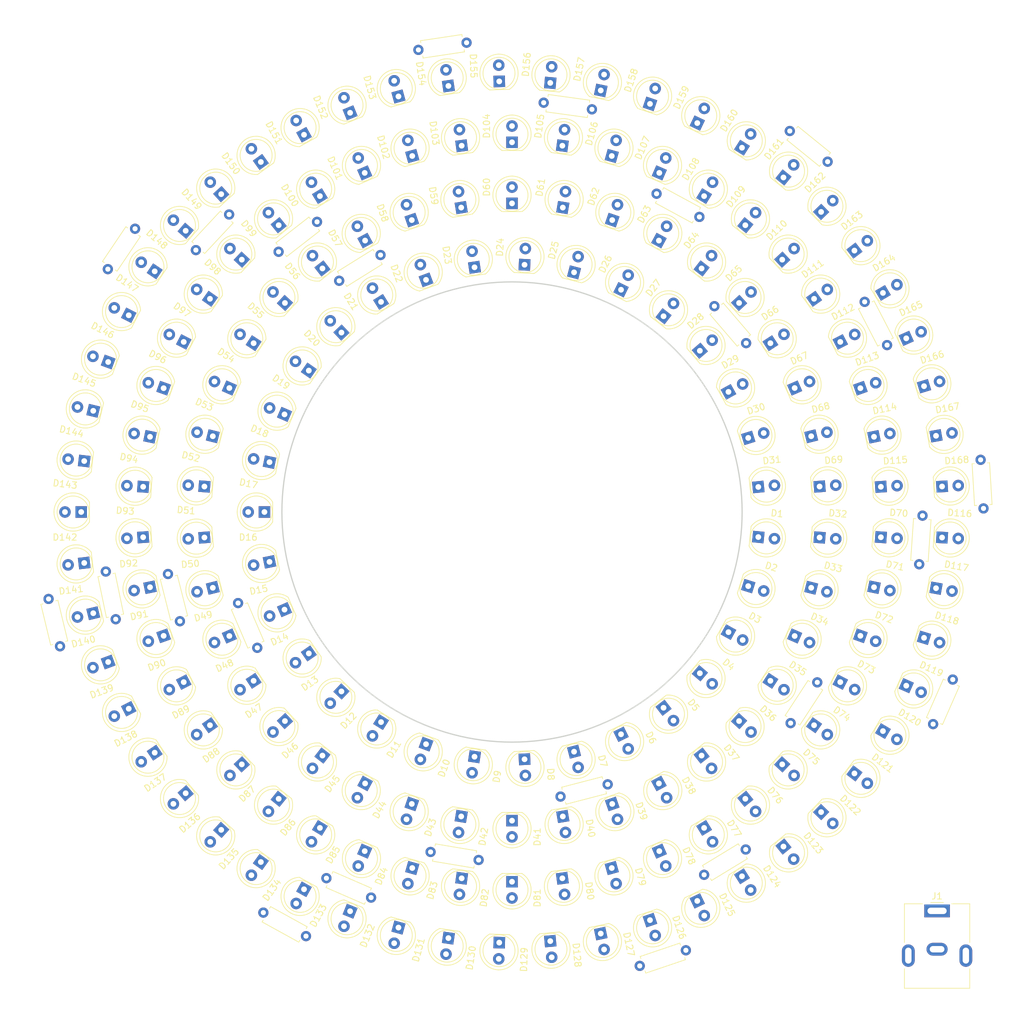
<source format=kicad_pcb>
(kicad_pcb (version 20171130) (host pcbnew 5.1.9-73d0e3b20d~88~ubuntu20.10.1)
  (layers (0 F.Cu signal) (31 B.Cu signal) (34 B.Paste user) (35 F.Paste user) (36 B.SilkS user) (37 F.SilkS user) (38 B.Mask user) (39 F.Mask user) (44 Edge.Cuts user))
  (net 0 "")
  (net 1 +12V)
  (net 2 "Net-(D1-Pad1)")
  (net 3 "Net-(D2-Pad1)")
  (net 4 "Net-(D3-Pad1)")
  (net 5 "Net-(D4-Pad1)")
  (net 6 "Net-(D5-Pad1)")
  (net 7 "Net-(D6-Pad1)")
  (net 8 "Net-(D7-Pad1)")
  (net 9 "Net-(D8-Pad1)")
  (net 10 "Net-(D10-Pad2)")
  (net 11 "Net-(D10-Pad1)")
  (net 12 "Net-(D11-Pad1)")
  (net 13 "Net-(D12-Pad1)")
  (net 14 "Net-(D13-Pad1)")
  (net 15 "Net-(D14-Pad1)")
  (net 16 "Net-(D15-Pad1)")
  (net 17 "Net-(D16-Pad1)")
  (net 18 "Net-(D17-Pad1)")
  (net 19 "Net-(D18-Pad1)")
  (net 20 "Net-(D19-Pad1)")
  (net 21 "Net-(D20-Pad1)")
  (net 22 "Net-(D21-Pad1)")
  (net 23 "Net-(D22-Pad1)")
  (net 24 "Net-(D23-Pad1)")
  (net 25 "Net-(D24-Pad1)")
  (net 26 "Net-(D25-Pad1)")
  (net 27 "Net-(D26-Pad1)")
  (net 28 "Net-(D27-Pad1)")
  (net 29 "Net-(D28-Pad1)")
  (net 30 "Net-(D29-Pad1)")
  (net 31 "Net-(D30-Pad1)")
  (net 32 "Net-(D31-Pad1)")
  (net 33 "Net-(D32-Pad1)")
  (net 34 "Net-(D33-Pad1)")
  (net 35 "Net-(D34-Pad1)")
  (net 36 "Net-(D35-Pad1)")
  (net 37 "Net-(D36-Pad1)")
  (net 38 "Net-(D37-Pad1)")
  (net 39 "Net-(D38-Pad1)")
  (net 40 "Net-(D39-Pad1)")
  (net 41 "Net-(D40-Pad1)")
  (net 42 "Net-(D41-Pad1)")
  (net 43 "Net-(D42-Pad1)")
  (net 44 "Net-(D43-Pad1)")
  (net 45 "Net-(D44-Pad1)")
  (net 46 "Net-(D45-Pad1)")
  (net 47 "Net-(D46-Pad1)")
  (net 48 "Net-(D47-Pad1)")
  (net 49 "Net-(D48-Pad1)")
  (net 50 "Net-(D49-Pad1)")
  (net 51 "Net-(D50-Pad1)")
  (net 52 "Net-(D51-Pad1)")
  (net 53 "Net-(D52-Pad1)")
  (net 54 "Net-(D53-Pad1)")
  (net 55 "Net-(D54-Pad1)")
  (net 56 "Net-(D55-Pad1)")
  (net 57 "Net-(D56-Pad1)")
  (net 58 "Net-(D57-Pad1)")
  (net 59 "Net-(D58-Pad1)")
  (net 60 "Net-(D59-Pad1)")
  (net 61 "Net-(D60-Pad1)")
  (net 62 "Net-(D61-Pad1)")
  (net 63 "Net-(D62-Pad1)")
  (net 64 "Net-(D63-Pad1)")
  (net 65 "Net-(D64-Pad1)")
  (net 66 "Net-(D65-Pad1)")
  (net 67 "Net-(D66-Pad1)")
  (net 68 "Net-(D67-Pad1)")
  (net 69 "Net-(D68-Pad1)")
  (net 70 "Net-(D69-Pad1)")
  (net 71 "Net-(D70-Pad1)")
  (net 72 "Net-(D71-Pad1)")
  (net 73 "Net-(D72-Pad1)")
  (net 74 "Net-(D73-Pad1)")
  (net 75 "Net-(D74-Pad1)")
  (net 76 "Net-(D75-Pad1)")
  (net 77 "Net-(D76-Pad1)")
  (net 78 "Net-(D77-Pad1)")
  (net 79 "Net-(D78-Pad1)")
  (net 80 "Net-(D79-Pad1)")
  (net 81 "Net-(D80-Pad1)")
  (net 82 "Net-(D81-Pad1)")
  (net 83 "Net-(D82-Pad1)")
  (net 84 "Net-(D83-Pad1)")
  (net 85 "Net-(D84-Pad1)")
  (net 86 "Net-(D85-Pad1)")
  (net 87 "Net-(D86-Pad1)")
  (net 88 "Net-(D87-Pad1)")
  (net 89 "Net-(D88-Pad1)")
  (net 90 "Net-(D89-Pad1)")
  (net 91 "Net-(D90-Pad1)")
  (net 92 "Net-(D91-Pad1)")
  (net 93 "Net-(D92-Pad1)")
  (net 94 "Net-(D93-Pad1)")
  (net 95 "Net-(D94-Pad1)")
  (net 96 "Net-(D95-Pad1)")
  (net 97 "Net-(D96-Pad1)")
  (net 98 "Net-(D97-Pad1)")
  (net 99 "Net-(D98-Pad1)")
  (net 100 "Net-(D100-Pad2)")
  (net 101 "Net-(D100-Pad1)")
  (net 102 "Net-(D101-Pad1)")
  (net 103 "Net-(D102-Pad1)")
  (net 104 "Net-(D103-Pad1)")
  (net 105 "Net-(D104-Pad1)")
  (net 106 "Net-(D105-Pad1)")
  (net 107 "Net-(D106-Pad1)")
  (net 108 "Net-(D107-Pad1)")
  (net 109 "Net-(D108-Pad1)")
  (net 110 "Net-(D109-Pad1)")
  (net 111 "Net-(D110-Pad1)")
  (net 112 "Net-(D111-Pad1)")
  (net 113 "Net-(D112-Pad1)")
  (net 114 "Net-(D113-Pad1)")
  (net 115 "Net-(D114-Pad1)")
  (net 116 "Net-(D115-Pad1)")
  (net 117 "Net-(D116-Pad1)")
  (net 118 "Net-(D117-Pad1)")
  (net 119 "Net-(D118-Pad1)")
  (net 120 "Net-(D119-Pad1)")
  (net 121 "Net-(D120-Pad1)")
  (net 122 "Net-(D121-Pad1)")
  (net 123 "Net-(D122-Pad1)")
  (net 124 "Net-(D123-Pad1)")
  (net 125 "Net-(D124-Pad1)")
  (net 126 "Net-(D125-Pad1)")
  (net 127 "Net-(D126-Pad1)")
  (net 128 "Net-(D127-Pad1)")
  (net 129 "Net-(D128-Pad1)")
  (net 130 "Net-(D129-Pad1)")
  (net 131 "Net-(D130-Pad1)")
  (net 132 "Net-(D131-Pad1)")
  (net 133 "Net-(D132-Pad1)")
  (net 134 "Net-(D133-Pad1)")
  (net 135 "Net-(D134-Pad1)")
  (net 136 "Net-(D135-Pad1)")
  (net 137 "Net-(D136-Pad1)")
  (net 138 "Net-(D137-Pad1)")
  (net 139 "Net-(D138-Pad1)")
  (net 140 "Net-(D139-Pad1)")
  (net 141 "Net-(D140-Pad1)")
  (net 142 "Net-(D141-Pad1)")
  (net 143 "Net-(D142-Pad1)")
  (net 144 "Net-(D143-Pad1)")
  (net 145 "Net-(D144-Pad1)")
  (net 146 "Net-(D145-Pad1)")
  (net 147 "Net-(D146-Pad1)")
  (net 148 "Net-(D147-Pad1)")
  (net 149 "Net-(D148-Pad1)")
  (net 150 "Net-(D149-Pad1)")
  (net 151 "Net-(D150-Pad1)")
  (net 152 "Net-(D151-Pad1)")
  (net 153 "Net-(D152-Pad1)")
  (net 154 "Net-(D153-Pad1)")
  (net 155 "Net-(D154-Pad1)")
  (net 156 "Net-(D155-Pad1)")
  (net 157 "Net-(D156-Pad1)")
  (net 158 "Net-(D157-Pad1)")
  (net 159 "Net-(D158-Pad1)")
  (net 160 "Net-(D159-Pad1)")
  (net 161 "Net-(D160-Pad1)")
  (net 162 "Net-(D161-Pad1)")
  (net 163 "Net-(D162-Pad1)")
  (net 164 "Net-(D163-Pad1)")
  (net 165 "Net-(D164-Pad1)")
  (net 166 "Net-(D165-Pad1)")
  (net 167 "Net-(D166-Pad1)")
  (net 168 "Net-(D167-Pad1)")
  (net 169 "Net-(D168-Pad1)")
  (net 170 GND)
  (module MountingHole:MountingHole_3.2mm_M3 (layer F.Cu) (at 80.329752 26.589637)
    (fp_text reference M5)
    (fp_text value " ")
    (pad 1 np_thru_hole circle (at 0 0) (size 3.2 3.2) (drill 3.2) (layers *.Cu *.Mask))
  )
  (module MountingHole:MountingHole_3.2mm_M3 (layer F.Cu) (at 26.589637 80.329752)
    (fp_text reference M4)
    (fp_text value "")
    (pad 1 np_thru_hole circle (at 0 0) (size 3.2 3.2) (drill 3.2) (layers *.Cu *.Mask))
  )
  (module MountingHole:MountingHole_3.2mm_M3 (layer F.Cu) (at 46.259884 153.740115)
    (fp_text reference M3)
    (fp_text value " ")
    (pad 1 np_thru_hole circle (at 0 0) (size 3.2 3.2) (drill 3.2) (layers *.Cu *.Mask))
  )
  (module MountingHole:MountingHole_3.2mm_M3 (layer F.Cu) (at 119.670247 173.410362)
    (fp_text reference M2)
    (fp_text value " ")
    (pad 1 np_thru_hole circle (at 0 0) (size 3.2 3.2) (drill 3.2) (layers *.Cu *.Mask))
  )
  (module MountingHole:MountingHole_3.2mm_M3 (layer F.Cu) (at 173.410362 119.670247)
    (fp_text reference M1)
    (fp_text value " ")
    (pad 1 np_thru_hole circle (at 0 0) (size 3.2 3.2) (drill 3.2) (layers *.Cu *.Mask))
  )
  (module LED_5mm_centered:LED_D5mm_centered (layer F.Cu) (at 139.794772 104.046732 354.1935484)
    (fp_text reference D1 (at 1.27 -3.96 354.1935484) (layer F.SilkS))
    (fp_text value LED_ALT hide)
    (pad 2 thru_hole circle (at 1.27 0 354.1935484) (size 1.8 1.8) (drill 0.9) (layers *.Cu *.Mask) (net 1 +12V))
    (pad 1 thru_hole rect (at -1.27 0 354.1935484) (size 1.8 1.8) (drill 0.9) (layers *.Cu *.Mask) (net 2 "Net-(D1-Pad1)"))
  )
  (module LED_5mm_centered:LED_D5mm_centered (layer F.Cu) (at 138.16557 111.974524 342.5806452)
    (fp_text reference D2 (at 1.27 -3.96 342.5806452) (layer F.SilkS))
    (fp_text value LED_ALT hide)
    (pad 1 thru_hole rect (at -1.27 0 342.5806452) (size 1.8 1.8) (drill 0.9) (layers *.Cu *.Mask) (net 3 "Net-(D2-Pad1)"))
    (pad 2 thru_hole circle (at 1.27 0 342.5806452) (size 1.8 1.8) (drill 0.9) (layers *.Cu *.Mask) (net 2 "Net-(D1-Pad1)"))
  )
  (module LED_5mm_centered:LED_D5mm_centered (layer F.Cu) (at 134.973864 119.412078 330.9677419)
    (fp_text reference D3 (at 1.27 -3.96 330.9677419) (layer F.SilkS))
    (fp_text value LED_ALT hide)
    (pad 2 thru_hole circle (at 1.27 0 330.9677419) (size 1.8 1.8) (drill 0.9) (layers *.Cu *.Mask) (net 3 "Net-(D2-Pad1)"))
    (pad 1 thru_hole rect (at -1.27 0 330.9677419) (size 1.8 1.8) (drill 0.9) (layers *.Cu *.Mask) (net 4 "Net-(D3-Pad1)"))
  )
  (module LED_5mm_centered:LED_D5mm_centered (layer F.Cu) (at 130.350324 126.054899 319.3548387)
    (fp_text reference D4 (at 1.27 -3.96 319.3548387) (layer F.SilkS))
    (fp_text value LED_ALT hide)
    (pad 1 thru_hole rect (at -1.27 0 319.3548387) (size 1.8 1.8) (drill 0.9) (layers *.Cu *.Mask) (net 5 "Net-(D4-Pad1)"))
    (pad 2 thru_hole circle (at 1.27 0 319.3548387) (size 1.8 1.8) (drill 0.9) (layers *.Cu *.Mask) (net 4 "Net-(D3-Pad1)"))
  )
  (module LED_5mm_centered:LED_D5mm_centered (layer F.Cu) (at 124.484239 131.631029 307.7419355)
    (fp_text reference D5 (at 1.27 -3.96 307.7419355) (layer F.SilkS))
    (fp_text value LED_ALT hide)
    (pad 2 thru_hole circle (at 1.27 0 307.7419355) (size 1.8 1.8) (drill 0.9) (layers *.Cu *.Mask) (net 5 "Net-(D4-Pad1)"))
    (pad 1 thru_hole rect (at -1.27 0 307.7419355) (size 1.8 1.8) (drill 0.9) (layers *.Cu *.Mask) (net 6 "Net-(D5-Pad1)"))
  )
  (module LED_5mm_centered:LED_D5mm_centered (layer F.Cu) (at 117.615766 135.912181 296.1290323)
    (fp_text reference D6 (at 1.27 -3.96 296.1290323) (layer F.SilkS))
    (fp_text value LED_ALT hide)
    (pad 1 thru_hole rect (at -1.27 0 296.1290323) (size 1.8 1.8) (drill 0.9) (layers *.Cu *.Mask) (net 7 "Net-(D6-Pad1)"))
    (pad 2 thru_hole circle (at 1.27 0 296.1290323) (size 1.8 1.8) (drill 0.9) (layers *.Cu *.Mask) (net 6 "Net-(D5-Pad1)"))
  )
  (module LED_5mm_centered:LED_D5mm_centered (layer F.Cu) (at 110.026101 138.723084 284.516129)
    (fp_text reference D7 (at 1.27 -3.96 284.516129) (layer F.SilkS))
    (fp_text value LED_ALT hide)
    (pad 2 thru_hole circle (at 1.27 0 284.516129) (size 1.8 1.8) (drill 0.9) (layers *.Cu *.Mask) (net 7 "Net-(D6-Pad1)"))
    (pad 1 thru_hole rect (at -1.27 0 284.516129) (size 1.8 1.8) (drill 0.9) (layers *.Cu *.Mask) (net 8 "Net-(D7-Pad1)"))
  )
  (module LED_5mm_centered:LED_D5mm_centered (layer F.Cu) (at 102.025966 139.94866 272.9032258)
    (fp_text reference D8 (at 1.27 -3.96 272.9032258) (layer F.SilkS))
    (fp_text value LED_ALT hide)
    (pad 1 thru_hole rect (at -1.27 0 272.9032258) (size 1.8 1.8) (drill 0.9) (layers *.Cu *.Mask) (net 9 "Net-(D8-Pad1)"))
    (pad 2 thru_hole circle (at 1.27 0 272.9032258) (size 1.8 1.8) (drill 0.9) (layers *.Cu *.Mask) (net 1 +12V))
  )
  (module LED_5mm_centered:LED_D5mm_centered (layer F.Cu) (at 93.942888 139.538732 261.2903226)
    (fp_text reference D9 (at 1.27 -3.96 261.2903226) (layer F.SilkS))
    (fp_text value LED_ALT hide)
    (pad 2 thru_hole circle (at 1.27 0 261.2903226) (size 1.8 1.8) (drill 0.9) (layers *.Cu *.Mask) (net 9 "Net-(D8-Pad1)"))
    (pad 1 thru_hole rect (at -1.27 0 261.2903226) (size 1.8 1.8) (drill 0.9) (layers *.Cu *.Mask) (net 10 "Net-(D10-Pad2)"))
  )
  (module LED_5mm_centered:LED_D5mm_centered (layer F.Cu) (at 86.107789 137.510085 249.6774194)
    (fp_text reference D10 (at 1.27 -3.96 249.6774194) (layer F.SilkS))
    (fp_text value LED_ALT hide)
    (pad 1 thru_hole rect (at -1.27 0 249.6774194) (size 1.8 1.8) (drill 0.9) (layers *.Cu *.Mask) (net 11 "Net-(D10-Pad1)"))
    (pad 2 thru_hole circle (at 1.27 0 249.6774194) (size 1.8 1.8) (drill 0.9) (layers *.Cu *.Mask) (net 10 "Net-(D10-Pad2)"))
  )
  (module LED_5mm_centered:LED_D5mm_centered (layer F.Cu) (at 78.841439 133.94577 238.0645161)
    (fp_text reference D11 (at 1.27 -3.96 238.0645161) (layer F.SilkS))
    (fp_text value LED_ALT hide)
    (pad 1 thru_hole rect (at -1.27 0 238.0645161) (size 1.8 1.8) (drill 0.9) (layers *.Cu *.Mask) (net 12 "Net-(D11-Pad1)"))
    (pad 2 thru_hole circle (at 1.27 0 238.0645161) (size 1.8 1.8) (drill 0.9) (layers *.Cu *.Mask) (net 11 "Net-(D10-Pad1)"))
  )
  (module LED_5mm_centered:LED_D5mm_centered (layer F.Cu) (at 72.441323 128.991711 226.4516129)
    (fp_text reference D12 (at 1.27 -3.96 226.4516129) (layer F.SilkS))
    (fp_text value LED_ALT hide)
    (pad 1 thru_hole rect (at -1.27 0 226.4516129) (size 1.8 1.8) (drill 0.9) (layers *.Cu *.Mask) (net 13 "Net-(D12-Pad1)"))
    (pad 2 thru_hole circle (at 1.27 0 226.4516129) (size 1.8 1.8) (drill 0.9) (layers *.Cu *.Mask) (net 12 "Net-(D11-Pad1)"))
  )
  (module LED_5mm_centered:LED_D5mm_centered (layer F.Cu) (at 67.169462 122.850728 214.8387097)
    (fp_text reference D13 (at 1.27 -3.96 214.8387097) (layer F.SilkS))
    (fp_text value LED_ALT hide)
    (pad 2 thru_hole circle (at 1.27 0 214.8387097) (size 1.8 1.8) (drill 0.9) (layers *.Cu *.Mask) (net 13 "Net-(D12-Pad1)"))
    (pad 1 thru_hole rect (at -1.27 0 214.8387097) (size 1.8 1.8) (drill 0.9) (layers *.Cu *.Mask) (net 14 "Net-(D13-Pad1)"))
  )
  (module LED_5mm_centered:LED_D5mm_centered (layer F.Cu) (at 63.241687 115.774234 203.2258065)
    (fp_text reference D14 (at 1.27 -3.96 203.2258065) (layer F.SilkS))
    (fp_text value LED_ALT hide)
    (pad 1 thru_hole rect (at -1.27 0 203.2258065) (size 1.8 1.8) (drill 0.9) (layers *.Cu *.Mask) (net 15 "Net-(D14-Pad1)"))
    (pad 2 thru_hole circle (at 1.27 0 203.2258065) (size 1.8 1.8) (drill 0.9) (layers *.Cu *.Mask) (net 14 "Net-(D13-Pad1)"))
  )
  (module LED_5mm_centered:LED_D5mm_centered (layer F.Cu) (at 60.818802 108.05194 191.6129032)
    (fp_text reference D15 (at 1.27 -3.96 191.6129032) (layer F.SilkS))
    (fp_text value LED_ALT hide)
    (pad 2 thru_hole circle (at 1.27 0 191.6129032) (size 1.8 1.8) (drill 0.9) (layers *.Cu *.Mask) (net 1 +12V))
    (pad 1 thru_hole rect (at -1.27 0 191.6129032) (size 1.8 1.8) (drill 0.9) (layers *.Cu *.Mask) (net 16 "Net-(D15-Pad1)"))
  )
  (module LED_5mm_centered:LED_D5mm_centered (layer F.Cu) (at 60 99.999999 180)
    (fp_text reference D16 (at 1.27 -3.96 180) (layer F.SilkS))
    (fp_text value LED_ALT hide)
    (pad 1 thru_hole rect (at -1.27 0 180) (size 1.8 1.8) (drill 0.9) (layers *.Cu *.Mask) (net 17 "Net-(D16-Pad1)"))
    (pad 2 thru_hole circle (at 1.27 0 180) (size 1.8 1.8) (drill 0.9) (layers *.Cu *.Mask) (net 16 "Net-(D15-Pad1)"))
  )
  (module LED_5mm_centered:LED_D5mm_centered (layer F.Cu) (at 60.818802 91.948059 168.3870968)
    (fp_text reference D17 (at 1.27 -3.96 168.3870968) (layer F.SilkS))
    (fp_text value LED_ALT hide)
    (pad 2 thru_hole circle (at 1.27 0 168.3870968) (size 1.8 1.8) (drill 0.9) (layers *.Cu *.Mask) (net 17 "Net-(D16-Pad1)"))
    (pad 1 thru_hole rect (at -1.27 0 168.3870968) (size 1.8 1.8) (drill 0.9) (layers *.Cu *.Mask) (net 18 "Net-(D17-Pad1)"))
  )
  (module LED_5mm_centered:LED_D5mm_centered (layer F.Cu) (at 63.241687 84.225765 156.7741935)
    (fp_text reference D18 (at 1.27 -3.96 156.7741935) (layer F.SilkS))
    (fp_text value LED_ALT hide)
    (pad 1 thru_hole rect (at -1.27 0 156.7741935) (size 1.8 1.8) (drill 0.9) (layers *.Cu *.Mask) (net 19 "Net-(D18-Pad1)"))
    (pad 2 thru_hole circle (at 1.27 0 156.7741935) (size 1.8 1.8) (drill 0.9) (layers *.Cu *.Mask) (net 18 "Net-(D17-Pad1)"))
  )
  (module LED_5mm_centered:LED_D5mm_centered (layer F.Cu) (at 67.169462 77.149271 145.1612903)
    (fp_text reference D19 (at 1.27 -3.96 145.1612903) (layer F.SilkS))
    (fp_text value LED_ALT hide)
    (pad 2 thru_hole circle (at 1.27 0 145.1612903) (size 1.8 1.8) (drill 0.9) (layers *.Cu *.Mask) (net 19 "Net-(D18-Pad1)"))
    (pad 1 thru_hole rect (at -1.27 0 145.1612903) (size 1.8 1.8) (drill 0.9) (layers *.Cu *.Mask) (net 20 "Net-(D19-Pad1)"))
  )
  (module LED_5mm_centered:LED_D5mm_centered (layer F.Cu) (at 72.441323 71.008288 133.5483871)
    (fp_text reference D20 (at 1.27 -3.96 133.5483871) (layer F.SilkS))
    (fp_text value LED_ALT hide)
    (pad 1 thru_hole rect (at -1.27 0 133.5483871) (size 1.8 1.8) (drill 0.9) (layers *.Cu *.Mask) (net 21 "Net-(D20-Pad1)"))
    (pad 2 thru_hole circle (at 1.27 0 133.5483871) (size 1.8 1.8) (drill 0.9) (layers *.Cu *.Mask) (net 20 "Net-(D19-Pad1)"))
  )
  (module LED_5mm_centered:LED_D5mm_centered (layer F.Cu) (at 78.841439 66.054229 121.9354839)
    (fp_text reference D21 (at 1.27 -3.96 121.9354839) (layer F.SilkS))
    (fp_text value LED_ALT hide)
    (pad 2 thru_hole circle (at 1.27 0 121.9354839) (size 1.8 1.8) (drill 0.9) (layers *.Cu *.Mask) (net 21 "Net-(D20-Pad1)"))
    (pad 1 thru_hole rect (at -1.27 0 121.9354839) (size 1.8 1.8) (drill 0.9) (layers *.Cu *.Mask) (net 22 "Net-(D21-Pad1)"))
  )
  (module LED_5mm_centered:LED_D5mm_centered (layer F.Cu) (at 86.107789 62.489914 110.3225806)
    (fp_text reference D22 (at 1.27 -3.96 110.3225806) (layer F.SilkS))
    (fp_text value LED_ALT hide)
    (pad 2 thru_hole circle (at 1.27 0 110.3225806) (size 1.8 1.8) (drill 0.9) (layers *.Cu *.Mask) (net 1 +12V))
    (pad 1 thru_hole rect (at -1.27 0 110.3225806) (size 1.8 1.8) (drill 0.9) (layers *.Cu *.Mask) (net 23 "Net-(D22-Pad1)"))
  )
  (module LED_5mm_centered:LED_D5mm_centered (layer F.Cu) (at 93.942888 60.461267 98.70967742)
    (fp_text reference D23 (at 1.27 -3.96 98.70967742) (layer F.SilkS))
    (fp_text value LED_ALT hide)
    (pad 1 thru_hole rect (at -1.27 0 98.70967742) (size 1.8 1.8) (drill 0.9) (layers *.Cu *.Mask) (net 24 "Net-(D23-Pad1)"))
    (pad 2 thru_hole circle (at 1.27 0 98.70967742) (size 1.8 1.8) (drill 0.9) (layers *.Cu *.Mask) (net 23 "Net-(D22-Pad1)"))
  )
  (module LED_5mm_centered:LED_D5mm_centered (layer F.Cu) (at 102.025966 60.051339 87.09677419)
    (fp_text reference D24 (at 1.27 -3.96 87.09677419) (layer F.SilkS))
    (fp_text value LED_ALT hide)
    (pad 2 thru_hole circle (at 1.27 0 87.09677419) (size 1.8 1.8) (drill 0.9) (layers *.Cu *.Mask) (net 24 "Net-(D23-Pad1)"))
    (pad 1 thru_hole rect (at -1.27 0 87.09677419) (size 1.8 1.8) (drill 0.9) (layers *.Cu *.Mask) (net 25 "Net-(D24-Pad1)"))
  )
  (module LED_5mm_centered:LED_D5mm_centered (layer F.Cu) (at 110.026101 61.276915 75.48387097)
    (fp_text reference D25 (at 1.27 -3.96 75.48387097) (layer F.SilkS))
    (fp_text value LED_ALT hide)
    (pad 1 thru_hole rect (at -1.27 0 75.48387097) (size 1.8 1.8) (drill 0.9) (layers *.Cu *.Mask) (net 26 "Net-(D25-Pad1)"))
    (pad 2 thru_hole circle (at 1.27 0 75.48387097) (size 1.8 1.8) (drill 0.9) (layers *.Cu *.Mask) (net 25 "Net-(D24-Pad1)"))
  )
  (module LED_5mm_centered:LED_D5mm_centered (layer F.Cu) (at 117.615766 64.087818 63.87096774)
    (fp_text reference D26 (at 1.27 -3.96 63.87096774) (layer F.SilkS))
    (fp_text value LED_ALT hide)
    (pad 2 thru_hole circle (at 1.27 0 63.87096774) (size 1.8 1.8) (drill 0.9) (layers *.Cu *.Mask) (net 26 "Net-(D25-Pad1)"))
    (pad 1 thru_hole rect (at -1.27 0 63.87096774) (size 1.8 1.8) (drill 0.9) (layers *.Cu *.Mask) (net 27 "Net-(D26-Pad1)"))
  )
  (module LED_5mm_centered:LED_D5mm_centered (layer F.Cu) (at 124.484239 68.36897 52.25806452)
    (fp_text reference D27 (at 1.27 -3.96 52.25806452) (layer F.SilkS))
    (fp_text value LED_ALT hide)
    (pad 1 thru_hole rect (at -1.27 0 52.25806452) (size 1.8 1.8) (drill 0.9) (layers *.Cu *.Mask) (net 28 "Net-(D27-Pad1)"))
    (pad 2 thru_hole circle (at 1.27 0 52.25806452) (size 1.8 1.8) (drill 0.9) (layers *.Cu *.Mask) (net 27 "Net-(D26-Pad1)"))
  )
  (module LED_5mm_centered:LED_D5mm_centered (layer F.Cu) (at 130.350324 73.9451 40.64516129)
    (fp_text reference D28 (at 1.27 -3.96 40.64516129) (layer F.SilkS))
    (fp_text value LED_ALT hide)
    (pad 2 thru_hole circle (at 1.27 0 40.64516129) (size 1.8 1.8) (drill 0.9) (layers *.Cu *.Mask) (net 28 "Net-(D27-Pad1)"))
    (pad 1 thru_hole rect (at -1.27 0 40.64516129) (size 1.8 1.8) (drill 0.9) (layers *.Cu *.Mask) (net 29 "Net-(D28-Pad1)"))
  )
  (module LED_5mm_centered:LED_D5mm_centered (layer F.Cu) (at 134.973864 80.587921 29.03225806)
    (fp_text reference D29 (at 1.27 -3.96 29.03225806) (layer F.SilkS))
    (fp_text value LED_ALT hide)
    (pad 1 thru_hole rect (at -1.27 0 29.03225806) (size 1.8 1.8) (drill 0.9) (layers *.Cu *.Mask) (net 30 "Net-(D29-Pad1)"))
    (pad 2 thru_hole circle (at 1.27 0 29.03225806) (size 1.8 1.8) (drill 0.9) (layers *.Cu *.Mask) (net 1 +12V))
  )
  (module LED_5mm_centered:LED_D5mm_centered (layer F.Cu) (at 138.16557 88.025475 17.41935484)
    (fp_text reference D30 (at 1.27 -3.96 17.41935484) (layer F.SilkS))
    (fp_text value LED_ALT hide)
    (pad 2 thru_hole circle (at 1.27 0 17.41935484) (size 1.8 1.8) (drill 0.9) (layers *.Cu *.Mask) (net 30 "Net-(D29-Pad1)"))
    (pad 1 thru_hole rect (at -1.27 0 17.41935484) (size 1.8 1.8) (drill 0.9) (layers *.Cu *.Mask) (net 31 "Net-(D30-Pad1)"))
  )
  (module LED_5mm_centered:LED_D5mm_centered (layer F.Cu) (at 139.794772 95.953267 5.806451613)
    (fp_text reference D31 (at 1.27 -3.96 5.806451613) (layer F.SilkS))
    (fp_text value LED_ALT hide)
    (pad 1 thru_hole rect (at -1.27 0 5.806451613) (size 1.8 1.8) (drill 0.9) (layers *.Cu *.Mask) (net 32 "Net-(D31-Pad1)"))
    (pad 2 thru_hole circle (at 1.27 0 5.806451613) (size 1.8 1.8) (drill 0.9) (layers *.Cu *.Mask) (net 31 "Net-(D30-Pad1)"))
  )
  (module LED_5mm_centered:LED_D5mm_centered (layer F.Cu) (at 149.386298 104.092265 355.2631579)
    (fp_text reference D32 (at 1.27 -3.96 355.2631579) (layer F.SilkS))
    (fp_text value LED_ALT hide)
    (pad 2 thru_hole circle (at 1.27 0 355.2631579) (size 1.8 1.8) (drill 0.9) (layers *.Cu *.Mask) (net 32 "Net-(D31-Pad1)"))
    (pad 1 thru_hole rect (at -1.27 0 355.2631579) (size 1.8 1.8) (drill 0.9) (layers *.Cu *.Mask) (net 33 "Net-(D32-Pad1)"))
  )
  (module LED_5mm_centered:LED_D5mm_centered (layer F.Cu) (at 148.039168 112.165169 345.7894737)
    (fp_text reference D33 (at 1.27 -3.96 345.7894737) (layer F.SilkS))
    (fp_text value LED_ALT hide)
    (pad 1 thru_hole rect (at -1.27 0 345.7894737) (size 1.8 1.8) (drill 0.9) (layers *.Cu *.Mask) (net 34 "Net-(D33-Pad1)"))
    (pad 2 thru_hole circle (at 1.27 0 345.7894737) (size 1.8 1.8) (drill 0.9) (layers *.Cu *.Mask) (net 33 "Net-(D32-Pad1)"))
  )
  (module LED_5mm_centered:LED_D5mm_centered (layer F.Cu) (at 145.381655 119.906239 336.3157895)
    (fp_text reference D34 (at 1.27 -3.96 336.3157895) (layer F.SilkS))
    (fp_text value LED_ALT hide)
    (pad 2 thru_hole circle (at 1.27 0 336.3157895) (size 1.8 1.8) (drill 0.9) (layers *.Cu *.Mask) (net 34 "Net-(D33-Pad1)"))
    (pad 1 thru_hole rect (at -1.27 0 336.3157895) (size 1.8 1.8) (drill 0.9) (layers *.Cu *.Mask) (net 35 "Net-(D34-Pad1)"))
  )
  (module LED_5mm_centered:LED_D5mm_centered (layer F.Cu) (at 141.486249 127.104319 326.8421053)
    (fp_text reference D35 (at 1.27 -3.96 326.8421053) (layer F.SilkS))
    (fp_text value LED_ALT hide)
    (pad 1 thru_hole rect (at -1.27 0 326.8421053) (size 1.8 1.8) (drill 0.9) (layers *.Cu *.Mask) (net 36 "Net-(D35-Pad1)"))
    (pad 2 thru_hole circle (at 1.27 0 326.8421053) (size 1.8 1.8) (drill 0.9) (layers *.Cu *.Mask) (net 35 "Net-(D34-Pad1)"))
  )
  (module LED_5mm_centered:LED_D5mm_centered (layer F.Cu) (at 136.459207 133.563064 317.3684211)
    (fp_text reference D36 (at 1.27 -3.96 317.3684211) (layer F.SilkS))
    (fp_text value LED_ALT hide)
    (pad 2 thru_hole circle (at 1.27 0 317.3684211) (size 1.8 1.8) (drill 0.9) (layers *.Cu *.Mask) (net 1 +12V))
    (pad 1 thru_hole rect (at -1.27 0 317.3684211) (size 1.8 1.8) (drill 0.9) (layers *.Cu *.Mask) (net 37 "Net-(D36-Pad1)"))
  )
  (module LED_5mm_centered:LED_D5mm_centered (layer F.Cu) (at 130.437652 139.106296 307.8947368)
    (fp_text reference D37 (at 1.27 -3.96 307.8947368) (layer F.SilkS))
    (fp_text value LED_ALT hide)
    (pad 1 thru_hole rect (at -1.27 0 307.8947368) (size 1.8 1.8) (drill 0.9) (layers *.Cu *.Mask) (net 38 "Net-(D37-Pad1)"))
    (pad 2 thru_hole circle (at 1.27 0 307.8947368) (size 1.8 1.8) (drill 0.9) (layers *.Cu *.Mask) (net 37 "Net-(D36-Pad1)"))
  )
  (module LED_5mm_centered:LED_D5mm_centered (layer F.Cu) (at 123.585837 143.58281 298.4210526)
    (fp_text reference D38 (at 1.27 -3.96 298.4210526) (layer F.SilkS))
    (fp_text value LED_ALT hide)
    (pad 2 thru_hole circle (at 1.27 0 298.4210526) (size 1.8 1.8) (drill 0.9) (layers *.Cu *.Mask) (net 38 "Net-(D37-Pad1)"))
    (pad 1 thru_hole rect (at -1.27 0 298.4210526) (size 1.8 1.8) (drill 0.9) (layers *.Cu *.Mask) (net 39 "Net-(D38-Pad1)"))
  )
  (module LED_5mm_centered:LED_D5mm_centered (layer F.Cu) (at 116.090662 146.870498 288.9473684)
    (fp_text reference D39 (at 1.27 -3.96 288.9473684) (layer F.SilkS))
    (fp_text value LED_ALT hide)
    (pad 1 thru_hole rect (at -1.27 0 288.9473684) (size 1.8 1.8) (drill 0.9) (layers *.Cu *.Mask) (net 40 "Net-(D39-Pad1)"))
    (pad 2 thru_hole circle (at 1.27 0 288.9473684) (size 1.8 1.8) (drill 0.9) (layers *.Cu *.Mask) (net 39 "Net-(D38-Pad1)"))
  )
  (module LED_5mm_centered:LED_D5mm_centered (layer F.Cu) (at 108.156576 148.879682 279.4736842)
    (fp_text reference D40 (at 1.27 -3.96 279.4736842) (layer F.SilkS))
    (fp_text value LED_ALT hide)
    (pad 2 thru_hole circle (at 1.27 0 279.4736842) (size 1.8 1.8) (drill 0.9) (layers *.Cu *.Mask) (net 40 "Net-(D39-Pad1)"))
    (pad 1 thru_hole rect (at -1.27 0 279.4736842) (size 1.8 1.8) (drill 0.9) (layers *.Cu *.Mask) (net 41 "Net-(D40-Pad1)"))
  )
  (module LED_5mm_centered:LED_D5mm_centered (layer F.Cu) (at 100 149.555555 270)
    (fp_text reference D41 (at 1.27 -3.96 270) (layer F.SilkS))
    (fp_text value LED_ALT hide)
    (pad 1 thru_hole rect (at -1.27 0 270) (size 1.8 1.8) (drill 0.9) (layers *.Cu *.Mask) (net 42 "Net-(D41-Pad1)"))
    (pad 2 thru_hole circle (at 1.27 0 270) (size 1.8 1.8) (drill 0.9) (layers *.Cu *.Mask) (net 41 "Net-(D40-Pad1)"))
  )
  (module LED_5mm_centered:LED_D5mm_centered (layer F.Cu) (at 91.843423 148.879682 260.5263158)
    (fp_text reference D42 (at 1.27 -3.96 260.5263158) (layer F.SilkS))
    (fp_text value LED_ALT hide)
    (pad 2 thru_hole circle (at 1.27 0 260.5263158) (size 1.8 1.8) (drill 0.9) (layers *.Cu *.Mask) (net 42 "Net-(D41-Pad1)"))
    (pad 1 thru_hole rect (at -1.27 0 260.5263158) (size 1.8 1.8) (drill 0.9) (layers *.Cu *.Mask) (net 43 "Net-(D42-Pad1)"))
  )
  (module LED_5mm_centered:LED_D5mm_centered (layer F.Cu) (at 83.909337 146.870498 251.0526316)
    (fp_text reference D43 (at 1.27 -3.96 251.0526316) (layer F.SilkS))
    (fp_text value LED_ALT hide)
    (pad 1 thru_hole rect (at -1.27 0 251.0526316) (size 1.8 1.8) (drill 0.9) (layers *.Cu *.Mask) (net 44 "Net-(D43-Pad1)"))
    (pad 2 thru_hole circle (at 1.27 0 251.0526316) (size 1.8 1.8) (drill 0.9) (layers *.Cu *.Mask) (net 1 +12V))
  )
  (module LED_5mm_centered:LED_D5mm_centered (layer F.Cu) (at 76.414162 143.58281 241.5789474)
    (fp_text reference D44 (at 1.27 -3.96 241.5789474) (layer F.SilkS))
    (fp_text value LED_ALT hide)
    (pad 2 thru_hole circle (at 1.27 0 241.5789474) (size 1.8 1.8) (drill 0.9) (layers *.Cu *.Mask) (net 44 "Net-(D43-Pad1)"))
    (pad 1 thru_hole rect (at -1.27 0 241.5789474) (size 1.8 1.8) (drill 0.9) (layers *.Cu *.Mask) (net 45 "Net-(D44-Pad1)"))
  )
  (module LED_5mm_centered:LED_D5mm_centered (layer F.Cu) (at 69.562347 139.106296 232.1052632)
    (fp_text reference D45 (at 1.27 -3.96 232.1052632) (layer F.SilkS))
    (fp_text value LED_ALT hide)
    (pad 2 thru_hole circle (at 1.27 0 232.1052632) (size 1.8 1.8) (drill 0.9) (layers *.Cu *.Mask) (net 45 "Net-(D44-Pad1)"))
    (pad 1 thru_hole rect (at -1.27 0 232.1052632) (size 1.8 1.8) (drill 0.9) (layers *.Cu *.Mask) (net 46 "Net-(D45-Pad1)"))
  )
  (module LED_5mm_centered:LED_D5mm_centered (layer F.Cu) (at 63.540792 133.563064 222.6315789)
    (fp_text reference D46 (at 1.27 -3.96 222.6315789) (layer F.SilkS))
    (fp_text value LED_ALT hide)
    (pad 2 thru_hole circle (at 1.27 0 222.6315789) (size 1.8 1.8) (drill 0.9) (layers *.Cu *.Mask) (net 46 "Net-(D45-Pad1)"))
    (pad 1 thru_hole rect (at -1.27 0 222.6315789) (size 1.8 1.8) (drill 0.9) (layers *.Cu *.Mask) (net 47 "Net-(D46-Pad1)"))
  )
  (module LED_5mm_centered:LED_D5mm_centered (layer F.Cu) (at 58.51375 127.104319 213.1578947)
    (fp_text reference D47 (at 1.27 -3.96 213.1578947) (layer F.SilkS))
    (fp_text value LED_ALT hide)
    (pad 1 thru_hole rect (at -1.27 0 213.1578947) (size 1.8 1.8) (drill 0.9) (layers *.Cu *.Mask) (net 48 "Net-(D47-Pad1)"))
    (pad 2 thru_hole circle (at 1.27 0 213.1578947) (size 1.8 1.8) (drill 0.9) (layers *.Cu *.Mask) (net 47 "Net-(D46-Pad1)"))
  )
  (module LED_5mm_centered:LED_D5mm_centered (layer F.Cu) (at 54.618344 119.906239 203.6842105)
    (fp_text reference D48 (at 1.27 -3.96 203.6842105) (layer F.SilkS))
    (fp_text value LED_ALT hide)
    (pad 2 thru_hole circle (at 1.27 0 203.6842105) (size 1.8 1.8) (drill 0.9) (layers *.Cu *.Mask) (net 48 "Net-(D47-Pad1)"))
    (pad 1 thru_hole rect (at -1.27 0 203.6842105) (size 1.8 1.8) (drill 0.9) (layers *.Cu *.Mask) (net 49 "Net-(D48-Pad1)"))
  )
  (module LED_5mm_centered:LED_D5mm_centered (layer F.Cu) (at 51.960831 112.165169 194.2105263)
    (fp_text reference D49 (at 1.27 -3.96 194.2105263) (layer F.SilkS))
    (fp_text value LED_ALT hide)
    (pad 1 thru_hole rect (at -1.27 0 194.2105263) (size 1.8 1.8) (drill 0.9) (layers *.Cu *.Mask) (net 50 "Net-(D49-Pad1)"))
    (pad 2 thru_hole circle (at 1.27 0 194.2105263) (size 1.8 1.8) (drill 0.9) (layers *.Cu *.Mask) (net 49 "Net-(D48-Pad1)"))
  )
  (module LED_5mm_centered:LED_D5mm_centered (layer F.Cu) (at 50.613701 104.092265 184.7368421)
    (fp_text reference D50 (at 1.27 -3.96 184.7368421) (layer F.SilkS))
    (fp_text value LED_ALT hide)
    (pad 2 thru_hole circle (at 1.27 0 184.7368421) (size 1.8 1.8) (drill 0.9) (layers *.Cu *.Mask) (net 1 +12V))
    (pad 1 thru_hole rect (at -1.27 0 184.7368421) (size 1.8 1.8) (drill 0.9) (layers *.Cu *.Mask) (net 51 "Net-(D50-Pad1)"))
  )
  (module LED_5mm_centered:LED_D5mm_centered (layer F.Cu) (at 50.613701 95.907734 175.2631579)
    (fp_text reference D51 (at 1.27 -3.96 175.2631579) (layer F.SilkS))
    (fp_text value LED_ALT hide)
    (pad 1 thru_hole rect (at -1.27 0 175.2631579) (size 1.8 1.8) (drill 0.9) (layers *.Cu *.Mask) (net 52 "Net-(D51-Pad1)"))
    (pad 2 thru_hole circle (at 1.27 0 175.2631579) (size 1.8 1.8) (drill 0.9) (layers *.Cu *.Mask) (net 51 "Net-(D50-Pad1)"))
  )
  (module LED_5mm_centered:LED_D5mm_centered (layer F.Cu) (at 51.960831 87.83483 165.7894737)
    (fp_text reference D52 (at 1.27 -3.96 165.7894737) (layer F.SilkS))
    (fp_text value LED_ALT hide)
    (pad 2 thru_hole circle (at 1.27 0 165.7894737) (size 1.8 1.8) (drill 0.9) (layers *.Cu *.Mask) (net 52 "Net-(D51-Pad1)"))
    (pad 1 thru_hole rect (at -1.27 0 165.7894737) (size 1.8 1.8) (drill 0.9) (layers *.Cu *.Mask) (net 53 "Net-(D52-Pad1)"))
  )
  (module LED_5mm_centered:LED_D5mm_centered (layer F.Cu) (at 54.618344 80.09376 156.3157895)
    (fp_text reference D53 (at 1.27 -3.96 156.3157895) (layer F.SilkS))
    (fp_text value LED_ALT hide)
    (pad 1 thru_hole rect (at -1.27 0 156.3157895) (size 1.8 1.8) (drill 0.9) (layers *.Cu *.Mask) (net 54 "Net-(D53-Pad1)"))
    (pad 2 thru_hole circle (at 1.27 0 156.3157895) (size 1.8 1.8) (drill 0.9) (layers *.Cu *.Mask) (net 53 "Net-(D52-Pad1)"))
  )
  (module LED_5mm_centered:LED_D5mm_centered (layer F.Cu) (at 58.51375 72.89568 146.8421053)
    (fp_text reference D54 (at 1.27 -3.96 146.8421053) (layer F.SilkS))
    (fp_text value LED_ALT hide)
    (pad 2 thru_hole circle (at 1.27 0 146.8421053) (size 1.8 1.8) (drill 0.9) (layers *.Cu *.Mask) (net 54 "Net-(D53-Pad1)"))
    (pad 1 thru_hole rect (at -1.27 0 146.8421053) (size 1.8 1.8) (drill 0.9) (layers *.Cu *.Mask) (net 55 "Net-(D54-Pad1)"))
  )
  (module LED_5mm_centered:LED_D5mm_centered (layer F.Cu) (at 63.540792 66.436935 137.3684211)
    (fp_text reference D55 (at 1.27 -3.96 137.3684211) (layer F.SilkS))
    (fp_text value LED_ALT hide)
    (pad 1 thru_hole rect (at -1.27 0 137.3684211) (size 1.8 1.8) (drill 0.9) (layers *.Cu *.Mask) (net 56 "Net-(D55-Pad1)"))
    (pad 2 thru_hole circle (at 1.27 0 137.3684211) (size 1.8 1.8) (drill 0.9) (layers *.Cu *.Mask) (net 55 "Net-(D54-Pad1)"))
  )
  (module LED_5mm_centered:LED_D5mm_centered (layer F.Cu) (at 69.562347 60.893703 127.8947368)
    (fp_text reference D56 (at 1.27 -3.96 127.8947368) (layer F.SilkS))
    (fp_text value LED_ALT hide)
    (pad 2 thru_hole circle (at 1.27 0 127.8947368) (size 1.8 1.8) (drill 0.9) (layers *.Cu *.Mask) (net 56 "Net-(D55-Pad1)"))
    (pad 1 thru_hole rect (at -1.27 0 127.8947368) (size 1.8 1.8) (drill 0.9) (layers *.Cu *.Mask) (net 57 "Net-(D56-Pad1)"))
  )
  (module LED_5mm_centered:LED_D5mm_centered (layer F.Cu) (at 76.414162 56.417189 118.4210526)
    (fp_text reference D57 (at 1.27 -3.96 118.4210526) (layer F.SilkS))
    (fp_text value LED_ALT hide)
    (pad 1 thru_hole rect (at -1.27 0 118.4210526) (size 1.8 1.8) (drill 0.9) (layers *.Cu *.Mask) (net 58 "Net-(D57-Pad1)"))
    (pad 2 thru_hole circle (at 1.27 0 118.4210526) (size 1.8 1.8) (drill 0.9) (layers *.Cu *.Mask) (net 1 +12V))
  )
  (module LED_5mm_centered:LED_D5mm_centered (layer F.Cu) (at 83.909337 53.129501 108.9473684)
    (fp_text reference D58 (at 1.27 -3.96 108.9473684) (layer F.SilkS))
    (fp_text value LED_ALT hide)
    (pad 2 thru_hole circle (at 1.27 0 108.9473684) (size 1.8 1.8) (drill 0.9) (layers *.Cu *.Mask) (net 58 "Net-(D57-Pad1)"))
    (pad 1 thru_hole rect (at -1.27 0 108.9473684) (size 1.8 1.8) (drill 0.9) (layers *.Cu *.Mask) (net 59 "Net-(D58-Pad1)"))
  )
  (module LED_5mm_centered:LED_D5mm_centered (layer F.Cu) (at 91.843423 51.120317 99.47368421)
    (fp_text reference D59 (at 1.27 -3.96 99.47368421) (layer F.SilkS))
    (fp_text value LED_ALT hide)
    (pad 1 thru_hole rect (at -1.27 0 99.47368421) (size 1.8 1.8) (drill 0.9) (layers *.Cu *.Mask) (net 60 "Net-(D59-Pad1)"))
    (pad 2 thru_hole circle (at 1.27 0 99.47368421) (size 1.8 1.8) (drill 0.9) (layers *.Cu *.Mask) (net 59 "Net-(D58-Pad1)"))
  )
  (module LED_5mm_centered:LED_D5mm_centered (layer F.Cu) (at 99.999999 50.444444 90)
    (fp_text reference D60 (at 1.27 -3.96 90) (layer F.SilkS))
    (fp_text value LED_ALT hide)
    (pad 2 thru_hole circle (at 1.27 0 90) (size 1.8 1.8) (drill 0.9) (layers *.Cu *.Mask) (net 60 "Net-(D59-Pad1)"))
    (pad 1 thru_hole rect (at -1.27 0 90) (size 1.8 1.8) (drill 0.9) (layers *.Cu *.Mask) (net 61 "Net-(D60-Pad1)"))
  )
  (module LED_5mm_centered:LED_D5mm_centered (layer F.Cu) (at 108.156576 51.120317 80.52631579)
    (fp_text reference D61 (at 1.27 -3.96 80.52631579) (layer F.SilkS))
    (fp_text value LED_ALT hide)
    (pad 1 thru_hole rect (at -1.27 0 80.52631579) (size 1.8 1.8) (drill 0.9) (layers *.Cu *.Mask) (net 62 "Net-(D61-Pad1)"))
    (pad 2 thru_hole circle (at 1.27 0 80.52631579) (size 1.8 1.8) (drill 0.9) (layers *.Cu *.Mask) (net 61 "Net-(D60-Pad1)"))
  )
  (module LED_5mm_centered:LED_D5mm_centered (layer F.Cu) (at 116.090662 53.129501 71.05263158)
    (fp_text reference D62 (at 1.27 -3.96 71.05263158) (layer F.SilkS))
    (fp_text value LED_ALT hide)
    (pad 2 thru_hole circle (at 1.27 0 71.05263158) (size 1.8 1.8) (drill 0.9) (layers *.Cu *.Mask) (net 62 "Net-(D61-Pad1)"))
    (pad 1 thru_hole rect (at -1.27 0 71.05263158) (size 1.8 1.8) (drill 0.9) (layers *.Cu *.Mask) (net 63 "Net-(D62-Pad1)"))
  )
  (module LED_5mm_centered:LED_D5mm_centered (layer F.Cu) (at 123.585837 56.417189 61.57894737)
    (fp_text reference D63 (at 1.27 -3.96 61.57894737) (layer F.SilkS))
    (fp_text value LED_ALT hide)
    (pad 1 thru_hole rect (at -1.27 0 61.57894737) (size 1.8 1.8) (drill 0.9) (layers *.Cu *.Mask) (net 64 "Net-(D63-Pad1)"))
    (pad 2 thru_hole circle (at 1.27 0 61.57894737) (size 1.8 1.8) (drill 0.9) (layers *.Cu *.Mask) (net 63 "Net-(D62-Pad1)"))
  )
  (module LED_5mm_centered:LED_D5mm_centered (layer F.Cu) (at 130.437652 60.893703 52.10526316)
    (fp_text reference D64 (at 1.27 -3.96 52.10526316) (layer F.SilkS))
    (fp_text value LED_ALT hide)
    (pad 2 thru_hole circle (at 1.27 0 52.10526316) (size 1.8 1.8) (drill 0.9) (layers *.Cu *.Mask) (net 1 +12V))
    (pad 1 thru_hole rect (at -1.27 0 52.10526316) (size 1.8 1.8) (drill 0.9) (layers *.Cu *.Mask) (net 65 "Net-(D64-Pad1)"))
  )
  (module LED_5mm_centered:LED_D5mm_centered (layer F.Cu) (at 136.459207 66.436935 42.63157895)
    (fp_text reference D65 (at 1.27 -3.96 42.63157895) (layer F.SilkS))
    (fp_text value LED_ALT hide)
    (pad 1 thru_hole rect (at -1.27 0 42.63157895) (size 1.8 1.8) (drill 0.9) (layers *.Cu *.Mask) (net 66 "Net-(D65-Pad1)"))
    (pad 2 thru_hole circle (at 1.27 0 42.63157895) (size 1.8 1.8) (drill 0.9) (layers *.Cu *.Mask) (net 65 "Net-(D64-Pad1)"))
  )
  (module LED_5mm_centered:LED_D5mm_centered (layer F.Cu) (at 141.486249 72.89568 33.15789474)
    (fp_text reference D66 (at 1.27 -3.96 33.15789474) (layer F.SilkS))
    (fp_text value LED_ALT hide)
    (pad 1 thru_hole rect (at -1.27 0 33.15789474) (size 1.8 1.8) (drill 0.9) (layers *.Cu *.Mask) (net 67 "Net-(D66-Pad1)"))
    (pad 2 thru_hole circle (at 1.27 0 33.15789474) (size 1.8 1.8) (drill 0.9) (layers *.Cu *.Mask) (net 66 "Net-(D65-Pad1)"))
  )
  (module LED_5mm_centered:LED_D5mm_centered (layer F.Cu) (at 145.381655 80.09376 23.68421053)
    (fp_text reference D67 (at 1.27 -3.96 23.68421053) (layer F.SilkS))
    (fp_text value LED_ALT hide)
    (pad 2 thru_hole circle (at 1.27 0 23.68421053) (size 1.8 1.8) (drill 0.9) (layers *.Cu *.Mask) (net 67 "Net-(D66-Pad1)"))
    (pad 1 thru_hole rect (at -1.27 0 23.68421053) (size 1.8 1.8) (drill 0.9) (layers *.Cu *.Mask) (net 68 "Net-(D67-Pad1)"))
  )
  (module LED_5mm_centered:LED_D5mm_centered (layer F.Cu) (at 148.039168 87.83483 14.21052632)
    (fp_text reference D68 (at 1.27 -3.96 14.21052632) (layer F.SilkS))
    (fp_text value LED_ALT hide)
    (pad 2 thru_hole circle (at 1.27 0 14.21052632) (size 1.8 1.8) (drill 0.9) (layers *.Cu *.Mask) (net 68 "Net-(D67-Pad1)"))
    (pad 1 thru_hole rect (at -1.27 0 14.21052632) (size 1.8 1.8) (drill 0.9) (layers *.Cu *.Mask) (net 69 "Net-(D68-Pad1)"))
  )
  (module LED_5mm_centered:LED_D5mm_centered (layer F.Cu) (at 149.386298 95.907734 4.736842105)
    (fp_text reference D69 (at 1.27 -3.96 4.736842105) (layer F.SilkS))
    (fp_text value LED_ALT hide)
    (pad 1 thru_hole rect (at -1.27 0 4.736842105) (size 1.8 1.8) (drill 0.9) (layers *.Cu *.Mask) (net 70 "Net-(D69-Pad1)"))
    (pad 2 thru_hole circle (at 1.27 0 4.736842105) (size 1.8 1.8) (drill 0.9) (layers *.Cu *.Mask) (net 69 "Net-(D68-Pad1)"))
  )
  (module LED_5mm_centered:LED_D5mm_centered (layer F.Cu) (at 158.973309 104.033884 356.0869565)
    (fp_text reference D70 (at 1.27 -3.96 356.0869565) (layer F.SilkS))
    (fp_text value LED_ALT hide)
    (pad 2 thru_hole circle (at 1.27 0 356.0869565) (size 1.8 1.8) (drill 0.9) (layers *.Cu *.Mask) (net 70 "Net-(D69-Pad1)"))
    (pad 1 thru_hole rect (at -1.27 0 356.0869565) (size 1.8 1.8) (drill 0.9) (layers *.Cu *.Mask) (net 71 "Net-(D70-Pad1)"))
  )
  (module LED_5mm_centered:LED_D5mm_centered (layer F.Cu) (at 157.874748 112.02651 348.2608696)
    (fp_text reference D71 (at 1.27 -3.96 348.2608696) (layer F.SilkS))
    (fp_text value LED_ALT hide)
    (pad 1 thru_hole rect (at -1.27 0 348.2608696) (size 1.8 1.8) (drill 0.9) (layers *.Cu *.Mask) (net 72 "Net-(D71-Pad1)"))
    (pad 2 thru_hole circle (at 1.27 0 348.2608696) (size 1.8 1.8) (drill 0.9) (layers *.Cu *.Mask) (net 1 +12V))
  )
  (module LED_5mm_centered:LED_D5mm_centered (layer F.Cu) (at 155.69809 119.795105 340.4347826)
    (fp_text reference D72 (at 1.27 -3.96 340.4347826) (layer F.SilkS))
    (fp_text value LED_ALT hide)
    (pad 2 thru_hole circle (at 1.27 0 340.4347826) (size 1.8 1.8) (drill 0.9) (layers *.Cu *.Mask) (net 72 "Net-(D71-Pad1)"))
    (pad 1 thru_hole rect (at -1.27 0 340.4347826) (size 1.8 1.8) (drill 0.9) (layers *.Cu *.Mask) (net 73 "Net-(D72-Pad1)"))
  )
  (module LED_5mm_centered:LED_D5mm_centered (layer F.Cu) (at 152.483881 127.194955 332.6086957)
    (fp_text reference D73 (at 1.27 -3.96 332.6086957) (layer F.SilkS))
    (fp_text value LED_ALT hide)
    (pad 1 thru_hole rect (at -1.27 0 332.6086957) (size 1.8 1.8) (drill 0.9) (layers *.Cu *.Mask) (net 74 "Net-(D73-Pad1)"))
    (pad 2 thru_hole circle (at 1.27 0 332.6086957) (size 1.8 1.8) (drill 0.9) (layers *.Cu *.Mask) (net 73 "Net-(D72-Pad1)"))
  )
  (module LED_5mm_centered:LED_D5mm_centered (layer F.Cu) (at 148.291998 134.088214 324.7826087)
    (fp_text reference D74 (at 1.27 -3.96 324.7826087) (layer F.SilkS))
    (fp_text value LED_ALT hide)
    (pad 2 thru_hole circle (at 1.27 0 324.7826087) (size 1.8 1.8) (drill 0.9) (layers *.Cu *.Mask) (net 74 "Net-(D73-Pad1)"))
    (pad 1 thru_hole rect (at -1.27 0 324.7826087) (size 1.8 1.8) (drill 0.9) (layers *.Cu *.Mask) (net 75 "Net-(D74-Pad1)"))
  )
  (module LED_5mm_centered:LED_D5mm_centered (layer F.Cu) (at 143.200525 140.346474 316.9565217)
    (fp_text reference D75 (at 1.27 -3.96 316.9565217) (layer F.SilkS))
    (fp_text value LED_ALT hide)
    (pad 1 thru_hole rect (at -1.27 0 316.9565217) (size 1.8 1.8) (drill 0.9) (layers *.Cu *.Mask) (net 76 "Net-(D75-Pad1)"))
    (pad 2 thru_hole circle (at 1.27 0 316.9565217) (size 1.8 1.8) (drill 0.9) (layers *.Cu *.Mask) (net 75 "Net-(D74-Pad1)"))
  )
  (module LED_5mm_centered:LED_D5mm_centered (layer F.Cu) (at 137.304309 145.853156 309.1304348)
    (fp_text reference D76 (at 1.27 -3.96 309.1304348) (layer F.SilkS))
    (fp_text value LED_ALT hide)
    (pad 2 thru_hole circle (at 1.27 0 309.1304348) (size 1.8 1.8) (drill 0.9) (layers *.Cu *.Mask) (net 76 "Net-(D75-Pad1)"))
    (pad 1 thru_hole rect (at -1.27 0 309.1304348) (size 1.8 1.8) (drill 0.9) (layers *.Cu *.Mask) (net 77 "Net-(D76-Pad1)"))
  )
  (module LED_5mm_centered:LED_D5mm_centered (layer F.Cu) (at 130.713184 150.50568 301.3043478)
    (fp_text reference D77 (at 1.27 -3.96 301.3043478) (layer F.SilkS))
    (fp_text value LED_ALT hide)
    (pad 1 thru_hole rect (at -1.27 0 301.3043478) (size 1.8 1.8) (drill 0.9) (layers *.Cu *.Mask) (net 78 "Net-(D77-Pad1)"))
    (pad 2 thru_hole circle (at 1.27 0 301.3043478) (size 1.8 1.8) (drill 0.9) (layers *.Cu *.Mask) (net 77 "Net-(D76-Pad1)"))
  )
  (module LED_5mm_centered:LED_D5mm_centered (layer F.Cu) (at 123.549931 154.217379 293.4782609)
    (fp_text reference D78 (at 1.27 -3.96 293.4782609) (layer F.SilkS))
    (fp_text value LED_ALT hide)
    (pad 1 thru_hole rect (at -1.27 0 293.4782609) (size 1.8 1.8) (drill 0.9) (layers *.Cu *.Mask) (net 79 "Net-(D78-Pad1)"))
    (pad 2 thru_hole circle (at 1.27 0 293.4782609) (size 1.8 1.8) (drill 0.9) (layers *.Cu *.Mask) (net 1 +12V))
  )
  (module LED_5mm_centered:LED_D5mm_centered (layer F.Cu) (at 115.947986 156.91911 285.6521739)
    (fp_text reference D79 (at 1.27 -3.96 285.6521739) (layer F.SilkS))
    (fp_text value LED_ALT hide)
    (pad 1 thru_hole rect (at -1.27 0 285.6521739) (size 1.8 1.8) (drill 0.9) (layers *.Cu *.Mask) (net 80 "Net-(D79-Pad1)"))
    (pad 2 thru_hole circle (at 1.27 0 285.6521739) (size 1.8 1.8) (drill 0.9) (layers *.Cu *.Mask) (net 79 "Net-(D78-Pad1)"))
  )
  (module LED_5mm_centered:LED_D5mm_centered (layer F.Cu) (at 108.048961 158.560547 277.826087)
    (fp_text reference D80 (at 1.27 -3.96 277.826087) (layer F.SilkS))
    (fp_text value LED_ALT hide)
    (pad 2 thru_hole circle (at 1.27 0 277.826087) (size 1.8 1.8) (drill 0.9) (layers *.Cu *.Mask) (net 80 "Net-(D79-Pad1)"))
    (pad 1 thru_hole rect (at -1.27 0 277.826087) (size 1.8 1.8) (drill 0.9) (layers *.Cu *.Mask) (net 81 "Net-(D80-Pad1)"))
  )
  (module LED_5mm_centered:LED_D5mm_centered (layer F.Cu) (at 100 159.111111 270)
    (fp_text reference D81 (at 1.27 -3.96 270) (layer F.SilkS))
    (fp_text value LED_ALT hide)
    (pad 1 thru_hole rect (at -1.27 0 270) (size 1.8 1.8) (drill 0.9) (layers *.Cu *.Mask) (net 82 "Net-(D81-Pad1)"))
    (pad 2 thru_hole circle (at 1.27 0 270) (size 1.8 1.8) (drill 0.9) (layers *.Cu *.Mask) (net 81 "Net-(D80-Pad1)"))
  )
  (module LED_5mm_centered:LED_D5mm_centered (layer F.Cu) (at 91.951038 158.560547 262.173913)
    (fp_text reference D82 (at 1.27 -3.96 262.173913) (layer F.SilkS))
    (fp_text value LED_ALT hide)
    (pad 2 thru_hole circle (at 1.27 0 262.173913) (size 1.8 1.8) (drill 0.9) (layers *.Cu *.Mask) (net 82 "Net-(D81-Pad1)"))
    (pad 1 thru_hole rect (at -1.27 0 262.173913) (size 1.8 1.8) (drill 0.9) (layers *.Cu *.Mask) (net 83 "Net-(D82-Pad1)"))
  )
  (module LED_5mm_centered:LED_D5mm_centered (layer F.Cu) (at 84.052013 156.91911 254.3478261)
    (fp_text reference D83 (at 1.27 -3.96 254.3478261) (layer F.SilkS))
    (fp_text value LED_ALT hide)
    (pad 1 thru_hole rect (at -1.27 0 254.3478261) (size 1.8 1.8) (drill 0.9) (layers *.Cu *.Mask) (net 84 "Net-(D83-Pad1)"))
    (pad 2 thru_hole circle (at 1.27 0 254.3478261) (size 1.8 1.8) (drill 0.9) (layers *.Cu *.Mask) (net 83 "Net-(D82-Pad1)"))
  )
  (module LED_5mm_centered:LED_D5mm_centered (layer F.Cu) (at 76.450068 154.217379 246.5217391)
    (fp_text reference D84 (at 1.27 -3.96 246.5217391) (layer F.SilkS))
    (fp_text value LED_ALT hide)
    (pad 1 thru_hole rect (at -1.27 0 246.5217391) (size 1.8 1.8) (drill 0.9) (layers *.Cu *.Mask) (net 85 "Net-(D84-Pad1)"))
    (pad 2 thru_hole circle (at 1.27 0 246.5217391) (size 1.8 1.8) (drill 0.9) (layers *.Cu *.Mask) (net 84 "Net-(D83-Pad1)"))
  )
  (module LED_5mm_centered:LED_D5mm_centered (layer F.Cu) (at 69.286815 150.50568 238.6956522)
    (fp_text reference D85 (at 1.27 -3.96 238.6956522) (layer F.SilkS))
    (fp_text value LED_ALT hide)
    (pad 2 thru_hole circle (at 1.27 0 238.6956522) (size 1.8 1.8) (drill 0.9) (layers *.Cu *.Mask) (net 1 +12V))
    (pad 1 thru_hole rect (at -1.27 0 238.6956522) (size 1.8 1.8) (drill 0.9) (layers *.Cu *.Mask) (net 86 "Net-(D85-Pad1)"))
  )
  (module LED_5mm_centered:LED_D5mm_centered (layer F.Cu) (at 62.69569 145.853156 230.8695652)
    (fp_text reference D86 (at 1.27 -3.96 230.8695652) (layer F.SilkS))
    (fp_text value LED_ALT hide)
    (pad 1 thru_hole rect (at -1.27 0 230.8695652) (size 1.8 1.8) (drill 0.9) (layers *.Cu *.Mask) (net 87 "Net-(D86-Pad1)"))
    (pad 2 thru_hole circle (at 1.27 0 230.8695652) (size 1.8 1.8) (drill 0.9) (layers *.Cu *.Mask) (net 86 "Net-(D85-Pad1)"))
  )
  (module LED_5mm_centered:LED_D5mm_centered (layer F.Cu) (at 56.799474 140.346474 223.0434783)
    (fp_text reference D87 (at 1.27 -3.96 223.0434783) (layer F.SilkS))
    (fp_text value LED_ALT hide)
    (pad 2 thru_hole circle (at 1.27 0 223.0434783) (size 1.8 1.8) (drill 0.9) (layers *.Cu *.Mask) (net 87 "Net-(D86-Pad1)"))
    (pad 1 thru_hole rect (at -1.27 0 223.0434783) (size 1.8 1.8) (drill 0.9) (layers *.Cu *.Mask) (net 88 "Net-(D87-Pad1)"))
  )
  (module LED_5mm_centered:LED_D5mm_centered (layer F.Cu) (at 51.708001 134.088214 215.2173913)
    (fp_text reference D88 (at 1.27 -3.96 215.2173913) (layer F.SilkS))
    (fp_text value LED_ALT hide)
    (pad 1 thru_hole rect (at -1.27 0 215.2173913) (size 1.8 1.8) (drill 0.9) (layers *.Cu *.Mask) (net 89 "Net-(D88-Pad1)"))
    (pad 2 thru_hole circle (at 1.27 0 215.2173913) (size 1.8 1.8) (drill 0.9) (layers *.Cu *.Mask) (net 88 "Net-(D87-Pad1)"))
  )
  (module LED_5mm_centered:LED_D5mm_centered (layer F.Cu) (at 47.516118 127.194955 207.3913043)
    (fp_text reference D89 (at 1.27 -3.96 207.3913043) (layer F.SilkS))
    (fp_text value LED_ALT hide)
    (pad 2 thru_hole circle (at 1.27 0 207.3913043) (size 1.8 1.8) (drill 0.9) (layers *.Cu *.Mask) (net 89 "Net-(D88-Pad1)"))
    (pad 1 thru_hole rect (at -1.27 0 207.3913043) (size 1.8 1.8) (drill 0.9) (layers *.Cu *.Mask) (net 90 "Net-(D89-Pad1)"))
  )
  (module LED_5mm_centered:LED_D5mm_centered (layer F.Cu) (at 44.301909 119.795105 199.5652174)
    (fp_text reference D90 (at 1.27 -3.96 199.5652174) (layer F.SilkS))
    (fp_text value LED_ALT hide)
    (pad 2 thru_hole circle (at 1.27 0 199.5652174) (size 1.8 1.8) (drill 0.9) (layers *.Cu *.Mask) (net 90 "Net-(D89-Pad1)"))
    (pad 1 thru_hole rect (at -1.27 0 199.5652174) (size 1.8 1.8) (drill 0.9) (layers *.Cu *.Mask) (net 91 "Net-(D90-Pad1)"))
  )
  (module LED_5mm_centered:LED_D5mm_centered (layer F.Cu) (at 42.125251 112.02651 191.7391304)
    (fp_text reference D91 (at 1.27 -3.96 191.7391304) (layer F.SilkS))
    (fp_text value LED_ALT hide)
    (pad 1 thru_hole rect (at -1.27 0 191.7391304) (size 1.8 1.8) (drill 0.9) (layers *.Cu *.Mask) (net 92 "Net-(D91-Pad1)"))
    (pad 2 thru_hole circle (at 1.27 0 191.7391304) (size 1.8 1.8) (drill 0.9) (layers *.Cu *.Mask) (net 91 "Net-(D90-Pad1)"))
  )
  (module LED_5mm_centered:LED_D5mm_centered (layer F.Cu) (at 41.02669 104.033884 183.9130435)
    (fp_text reference D92 (at 1.27 -3.96 183.9130435) (layer F.SilkS))
    (fp_text value LED_ALT hide)
    (pad 2 thru_hole circle (at 1.27 0 183.9130435) (size 1.8 1.8) (drill 0.9) (layers *.Cu *.Mask) (net 1 +12V))
    (pad 1 thru_hole rect (at -1.27 0 183.9130435) (size 1.8 1.8) (drill 0.9) (layers *.Cu *.Mask) (net 93 "Net-(D92-Pad1)"))
  )
  (module LED_5mm_centered:LED_D5mm_centered (layer F.Cu) (at 41.02669 95.966115 176.0869565)
    (fp_text reference D93 (at 1.27 -3.96 176.0869565) (layer F.SilkS))
    (fp_text value LED_ALT hide)
    (pad 1 thru_hole rect (at -1.27 0 176.0869565) (size 1.8 1.8) (drill 0.9) (layers *.Cu *.Mask) (net 94 "Net-(D93-Pad1)"))
    (pad 2 thru_hole circle (at 1.27 0 176.0869565) (size 1.8 1.8) (drill 0.9) (layers *.Cu *.Mask) (net 93 "Net-(D92-Pad1)"))
  )
  (module LED_5mm_centered:LED_D5mm_centered (layer F.Cu) (at 42.125251 87.973489 168.2608696)
    (fp_text reference D94 (at 1.27 -3.96 168.2608696) (layer F.SilkS))
    (fp_text value LED_ALT hide)
    (pad 2 thru_hole circle (at 1.27 0 168.2608696) (size 1.8 1.8) (drill 0.9) (layers *.Cu *.Mask) (net 94 "Net-(D93-Pad1)"))
    (pad 1 thru_hole rect (at -1.27 0 168.2608696) (size 1.8 1.8) (drill 0.9) (layers *.Cu *.Mask) (net 95 "Net-(D94-Pad1)"))
  )
  (module LED_5mm_centered:LED_D5mm_centered (layer F.Cu) (at 44.301909 80.204894 160.4347826)
    (fp_text reference D95 (at 1.27 -3.96 160.4347826) (layer F.SilkS))
    (fp_text value LED_ALT hide)
    (pad 1 thru_hole rect (at -1.27 0 160.4347826) (size 1.8 1.8) (drill 0.9) (layers *.Cu *.Mask) (net 96 "Net-(D95-Pad1)"))
    (pad 2 thru_hole circle (at 1.27 0 160.4347826) (size 1.8 1.8) (drill 0.9) (layers *.Cu *.Mask) (net 95 "Net-(D94-Pad1)"))
  )
  (module LED_5mm_centered:LED_D5mm_centered (layer F.Cu) (at 47.516118 72.805044 152.6086957)
    (fp_text reference D96 (at 1.27 -3.96 152.6086957) (layer F.SilkS))
    (fp_text value LED_ALT hide)
    (pad 2 thru_hole circle (at 1.27 0 152.6086957) (size 1.8 1.8) (drill 0.9) (layers *.Cu *.Mask) (net 96 "Net-(D95-Pad1)"))
    (pad 1 thru_hole rect (at -1.27 0 152.6086957) (size 1.8 1.8) (drill 0.9) (layers *.Cu *.Mask) (net 97 "Net-(D96-Pad1)"))
  )
  (module LED_5mm_centered:LED_D5mm_centered (layer F.Cu) (at 51.708001 65.911785 144.7826087)
    (fp_text reference D97 (at 1.27 -3.96 144.7826087) (layer F.SilkS))
    (fp_text value LED_ALT hide)
    (pad 1 thru_hole rect (at -1.27 0 144.7826087) (size 1.8 1.8) (drill 0.9) (layers *.Cu *.Mask) (net 98 "Net-(D97-Pad1)"))
    (pad 2 thru_hole circle (at 1.27 0 144.7826087) (size 1.8 1.8) (drill 0.9) (layers *.Cu *.Mask) (net 97 "Net-(D96-Pad1)"))
  )
  (module LED_5mm_centered:LED_D5mm_centered (layer F.Cu) (at 56.799474 59.653525 136.9565217)
    (fp_text reference D98 (at 1.27 -3.96 136.9565217) (layer F.SilkS))
    (fp_text value LED_ALT hide)
    (pad 2 thru_hole circle (at 1.27 0 136.9565217) (size 1.8 1.8) (drill 0.9) (layers *.Cu *.Mask) (net 98 "Net-(D97-Pad1)"))
    (pad 1 thru_hole rect (at -1.27 0 136.9565217) (size 1.8 1.8) (drill 0.9) (layers *.Cu *.Mask) (net 99 "Net-(D98-Pad1)"))
  )
  (module LED_5mm_centered:LED_D5mm_centered (layer F.Cu) (at 62.69569 54.146843 129.1304348)
    (fp_text reference D99 (at 1.27 -3.96 129.1304348) (layer F.SilkS))
    (fp_text value LED_ALT hide)
    (pad 1 thru_hole rect (at -1.27 0 129.1304348) (size 1.8 1.8) (drill 0.9) (layers *.Cu *.Mask) (net 100 "Net-(D100-Pad2)"))
    (pad 2 thru_hole circle (at 1.27 0 129.1304348) (size 1.8 1.8) (drill 0.9) (layers *.Cu *.Mask) (net 1 +12V))
  )
  (module LED_5mm_centered:LED_D5mm_centered (layer F.Cu) (at 69.286815 49.494319 121.3043478)
    (fp_text reference D100 (at 1.27 -3.96 121.3043478) (layer F.SilkS))
    (fp_text value LED_ALT hide)
    (pad 2 thru_hole circle (at 1.27 0 121.3043478) (size 1.8 1.8) (drill 0.9) (layers *.Cu *.Mask) (net 100 "Net-(D100-Pad2)"))
    (pad 1 thru_hole rect (at -1.27 0 121.3043478) (size 1.8 1.8) (drill 0.9) (layers *.Cu *.Mask) (net 101 "Net-(D100-Pad1)"))
  )
  (module LED_5mm_centered:LED_D5mm_centered (layer F.Cu) (at 76.450068 45.78262 113.4782609)
    (fp_text reference D101 (at 1.27 -3.96 113.4782609) (layer F.SilkS))
    (fp_text value LED_ALT hide)
    (pad 2 thru_hole circle (at 1.27 0 113.4782609) (size 1.8 1.8) (drill 0.9) (layers *.Cu *.Mask) (net 101 "Net-(D100-Pad1)"))
    (pad 1 thru_hole rect (at -1.27 0 113.4782609) (size 1.8 1.8) (drill 0.9) (layers *.Cu *.Mask) (net 102 "Net-(D101-Pad1)"))
  )
  (module LED_5mm_centered:LED_D5mm_centered (layer F.Cu) (at 84.052013 43.080889 105.6521739)
    (fp_text reference D102 (at 1.27 -3.96 105.6521739) (layer F.SilkS))
    (fp_text value LED_ALT hide)
    (pad 2 thru_hole circle (at 1.27 0 105.6521739) (size 1.8 1.8) (drill 0.9) (layers *.Cu *.Mask) (net 102 "Net-(D101-Pad1)"))
    (pad 1 thru_hole rect (at -1.27 0 105.6521739) (size 1.8 1.8) (drill 0.9) (layers *.Cu *.Mask) (net 103 "Net-(D102-Pad1)"))
  )
  (module LED_5mm_centered:LED_D5mm_centered (layer F.Cu) (at 91.951038 41.439452 97.82608696)
    (fp_text reference D103 (at 1.27 -3.96 97.82608696) (layer F.SilkS))
    (fp_text value LED_ALT hide)
    (pad 1 thru_hole rect (at -1.27 0 97.82608696) (size 1.8 1.8) (drill 0.9) (layers *.Cu *.Mask) (net 104 "Net-(D103-Pad1)"))
    (pad 2 thru_hole circle (at 1.27 0 97.82608696) (size 1.8 1.8) (drill 0.9) (layers *.Cu *.Mask) (net 103 "Net-(D102-Pad1)"))
  )
  (module LED_5mm_centered:LED_D5mm_centered (layer F.Cu) (at 99.999999 40.888888 90)
    (fp_text reference D104 (at 1.27 -3.96 90) (layer F.SilkS))
    (fp_text value LED_ALT hide)
    (pad 2 thru_hole circle (at 1.27 0 90) (size 1.8 1.8) (drill 0.9) (layers *.Cu *.Mask) (net 104 "Net-(D103-Pad1)"))
    (pad 1 thru_hole rect (at -1.27 0 90) (size 1.8 1.8) (drill 0.9) (layers *.Cu *.Mask) (net 105 "Net-(D104-Pad1)"))
  )
  (module LED_5mm_centered:LED_D5mm_centered (layer F.Cu) (at 108.048961 41.439452 82.17391304)
    (fp_text reference D105 (at 1.27 -3.96 82.17391304) (layer F.SilkS))
    (fp_text value LED_ALT hide)
    (pad 1 thru_hole rect (at -1.27 0 82.17391304) (size 1.8 1.8) (drill 0.9) (layers *.Cu *.Mask) (net 106 "Net-(D105-Pad1)"))
    (pad 2 thru_hole circle (at 1.27 0 82.17391304) (size 1.8 1.8) (drill 0.9) (layers *.Cu *.Mask) (net 105 "Net-(D104-Pad1)"))
  )
  (module LED_5mm_centered:LED_D5mm_centered (layer F.Cu) (at 115.947986 43.080889 74.34782609)
    (fp_text reference D106 (at 1.27 -3.96 74.34782609) (layer F.SilkS))
    (fp_text value LED_ALT hide)
    (pad 2 thru_hole circle (at 1.27 0 74.34782609) (size 1.8 1.8) (drill 0.9) (layers *.Cu *.Mask) (net 1 +12V))
    (pad 1 thru_hole rect (at -1.27 0 74.34782609) (size 1.8 1.8) (drill 0.9) (layers *.Cu *.Mask) (net 107 "Net-(D106-Pad1)"))
  )
  (module LED_5mm_centered:LED_D5mm_centered (layer F.Cu) (at 123.549931 45.78262 66.52173913)
    (fp_text reference D107 (at 1.27 -3.96 66.52173913) (layer F.SilkS))
    (fp_text value LED_ALT hide)
    (pad 1 thru_hole rect (at -1.27 0 66.52173913) (size 1.8 1.8) (drill 0.9) (layers *.Cu *.Mask) (net 108 "Net-(D107-Pad1)"))
    (pad 2 thru_hole circle (at 1.27 0 66.52173913) (size 1.8 1.8) (drill 0.9) (layers *.Cu *.Mask) (net 107 "Net-(D106-Pad1)"))
  )
  (module LED_5mm_centered:LED_D5mm_centered (layer F.Cu) (at 130.713184 49.494319 58.69565217)
    (fp_text reference D108 (at 1.27 -3.96 58.69565217) (layer F.SilkS))
    (fp_text value LED_ALT hide)
    (pad 2 thru_hole circle (at 1.27 0 58.69565217) (size 1.8 1.8) (drill 0.9) (layers *.Cu *.Mask) (net 108 "Net-(D107-Pad1)"))
    (pad 1 thru_hole rect (at -1.27 0 58.69565217) (size 1.8 1.8) (drill 0.9) (layers *.Cu *.Mask) (net 109 "Net-(D108-Pad1)"))
  )
  (module LED_5mm_centered:LED_D5mm_centered (layer F.Cu) (at 137.304309 54.146843 50.86956522)
    (fp_text reference D109 (at 1.27 -3.96 50.86956522) (layer F.SilkS))
    (fp_text value LED_ALT hide)
    (pad 1 thru_hole rect (at -1.27 0 50.86956522) (size 1.8 1.8) (drill 0.9) (layers *.Cu *.Mask) (net 110 "Net-(D109-Pad1)"))
    (pad 2 thru_hole circle (at 1.27 0 50.86956522) (size 1.8 1.8) (drill 0.9) (layers *.Cu *.Mask) (net 109 "Net-(D108-Pad1)"))
  )
  (module LED_5mm_centered:LED_D5mm_centered (layer F.Cu) (at 143.200525 59.653525 43.04347826)
    (fp_text reference D110 (at 1.27 -3.96 43.04347826) (layer F.SilkS))
    (fp_text value LED_ALT hide)
    (pad 2 thru_hole circle (at 1.27 0 43.04347826) (size 1.8 1.8) (drill 0.9) (layers *.Cu *.Mask) (net 110 "Net-(D109-Pad1)"))
    (pad 1 thru_hole rect (at -1.27 0 43.04347826) (size 1.8 1.8) (drill 0.9) (layers *.Cu *.Mask) (net 111 "Net-(D110-Pad1)"))
  )
  (module LED_5mm_centered:LED_D5mm_centered (layer F.Cu) (at 148.291998 65.911785 35.2173913)
    (fp_text reference D111 (at 1.27 -3.96 35.2173913) (layer F.SilkS))
    (fp_text value LED_ALT hide)
    (pad 1 thru_hole rect (at -1.27 0 35.2173913) (size 1.8 1.8) (drill 0.9) (layers *.Cu *.Mask) (net 112 "Net-(D111-Pad1)"))
    (pad 2 thru_hole circle (at 1.27 0 35.2173913) (size 1.8 1.8) (drill 0.9) (layers *.Cu *.Mask) (net 111 "Net-(D110-Pad1)"))
  )
  (module LED_5mm_centered:LED_D5mm_centered (layer F.Cu) (at 152.483881 72.805044 27.39130435)
    (fp_text reference D112 (at 1.27 -3.96 27.39130435) (layer F.SilkS))
    (fp_text value LED_ALT hide)
    (pad 2 thru_hole circle (at 1.27 0 27.39130435) (size 1.8 1.8) (drill 0.9) (layers *.Cu *.Mask) (net 112 "Net-(D111-Pad1)"))
    (pad 1 thru_hole rect (at -1.27 0 27.39130435) (size 1.8 1.8) (drill 0.9) (layers *.Cu *.Mask) (net 113 "Net-(D112-Pad1)"))
  )
  (module LED_5mm_centered:LED_D5mm_centered (layer F.Cu) (at 155.69809 80.204894 19.56521739)
    (fp_text reference D113 (at 1.27 -3.96 19.56521739) (layer F.SilkS))
    (fp_text value LED_ALT hide)
    (pad 1 thru_hole rect (at -1.27 0 19.56521739) (size 1.8 1.8) (drill 0.9) (layers *.Cu *.Mask) (net 114 "Net-(D113-Pad1)"))
    (pad 2 thru_hole circle (at 1.27 0 19.56521739) (size 1.8 1.8) (drill 0.9) (layers *.Cu *.Mask) (net 1 +12V))
  )
  (module LED_5mm_centered:LED_D5mm_centered (layer F.Cu) (at 157.874748 87.973489 11.73913043)
    (fp_text reference D114 (at 1.27 -3.96 11.73913043) (layer F.SilkS))
    (fp_text value LED_ALT hide)
    (pad 1 thru_hole rect (at -1.27 0 11.73913043) (size 1.8 1.8) (drill 0.9) (layers *.Cu *.Mask) (net 115 "Net-(D114-Pad1)"))
    (pad 2 thru_hole circle (at 1.27 0 11.73913043) (size 1.8 1.8) (drill 0.9) (layers *.Cu *.Mask) (net 114 "Net-(D113-Pad1)"))
  )
  (module LED_5mm_centered:LED_D5mm_centered (layer F.Cu) (at 158.973309 95.966115 3.913043478)
    (fp_text reference D115 (at 1.27 -3.96 3.913043478) (layer F.SilkS))
    (fp_text value LED_ALT hide)
    (pad 2 thru_hole circle (at 1.27 0 3.913043478) (size 1.8 1.8) (drill 0.9) (layers *.Cu *.Mask) (net 115 "Net-(D114-Pad1)"))
    (pad 1 thru_hole rect (at -1.27 0 3.913043478) (size 1.8 1.8) (drill 0.9) (layers *.Cu *.Mask) (net 116 "Net-(D115-Pad1)"))
  )
  (module LED_5mm_centered:LED_D5mm_centered (layer F.Cu) (at 168.546069 104.067856 356.6037736)
    (fp_text reference D116 (at 1.27 -3.96 356.6037736) (layer F.SilkS))
    (fp_text value LED_ALT hide)
    (pad 1 thru_hole rect (at -1.27 0 356.6037736) (size 1.8 1.8) (drill 0.9) (layers *.Cu *.Mask) (net 117 "Net-(D116-Pad1)"))
    (pad 2 thru_hole circle (at 1.27 0 356.6037736) (size 1.8 1.8) (drill 0.9) (layers *.Cu *.Mask) (net 116 "Net-(D115-Pad1)"))
  )
  (module LED_5mm_centered:LED_D5mm_centered (layer F.Cu) (at 167.583833 112.146465 349.8113208)
    (fp_text reference D117 (at 1.27 -3.96 349.8113208) (layer F.SilkS))
    (fp_text value LED_ALT hide)
    (pad 2 thru_hole circle (at 1.27 0 349.8113208) (size 1.8 1.8) (drill 0.9) (layers *.Cu *.Mask) (net 117 "Net-(D116-Pad1)"))
    (pad 1 thru_hole rect (at -1.27 0 349.8113208) (size 1.8 1.8) (drill 0.9) (layers *.Cu *.Mask) (net 118 "Net-(D117-Pad1)"))
  )
  (module LED_5mm_centered:LED_D5mm_centered (layer F.Cu) (at 165.672867 120.054564 343.0188679)
    (fp_text reference D118 (at 1.27 -3.96 343.0188679) (layer F.SilkS))
    (fp_text value LED_ALT hide)
    (pad 1 thru_hole rect (at -1.27 0 343.0188679) (size 1.8 1.8) (drill 0.9) (layers *.Cu *.Mask) (net 119 "Net-(D118-Pad1)"))
    (pad 2 thru_hole circle (at 1.27 0 343.0188679) (size 1.8 1.8) (drill 0.9) (layers *.Cu *.Mask) (net 118 "Net-(D117-Pad1)"))
  )
  (module LED_5mm_centered:LED_D5mm_centered (layer F.Cu) (at 162.839999 127.681142 336.2264151)
    (fp_text reference D119 (at 1.27 -3.96 336.2264151) (layer F.SilkS))
    (fp_text value LED_ALT hide)
    (pad 1 thru_hole rect (at -1.27 0 336.2264151) (size 1.8 1.8) (drill 0.9) (layers *.Cu *.Mask) (net 120 "Net-(D119-Pad1)"))
    (pad 2 thru_hole circle (at 1.27 0 336.2264151) (size 1.8 1.8) (drill 0.9) (layers *.Cu *.Mask) (net 119 "Net-(D118-Pad1)"))
  )
  (module LED_5mm_centered:LED_D5mm_centered (layer F.Cu) (at 159.124994 134.919136 329.4339623)
    (fp_text reference D120 (at 1.27 -3.96 329.4339623) (layer F.SilkS))
    (fp_text value LED_ALT hide)
    (pad 2 thru_hole circle (at 1.27 0 329.4339623) (size 1.8 1.8) (drill 0.9) (layers *.Cu *.Mask) (net 1 +12V))
    (pad 1 thru_hole rect (at -1.27 0 329.4339623) (size 1.8 1.8) (drill 0.9) (layers *.Cu *.Mask) (net 121 "Net-(D120-Pad1)"))
  )
  (module LED_5mm_centered:LED_D5mm_centered (layer F.Cu) (at 154.580004 141.666943 322.6415094)
    (fp_text reference D121 (at 1.27 -3.96 322.6415094) (layer F.SilkS))
    (fp_text value LED_ALT hide)
    (pad 1 thru_hole rect (at -1.27 0 322.6415094) (size 1.8 1.8) (drill 0.9) (layers *.Cu *.Mask) (net 122 "Net-(D121-Pad1)"))
    (pad 2 thru_hole circle (at 1.27 0 322.6415094) (size 1.8 1.8) (drill 0.9) (layers *.Cu *.Mask) (net 121 "Net-(D120-Pad1)"))
  )
  (module LED_5mm_centered:LED_D5mm_centered (layer F.Cu) (at 149.268831 147.829837 315.8490566)
    (fp_text reference D122 (at 1.27 -3.96 315.8490566) (layer F.SilkS))
    (fp_text value LED_ALT hide)
    (pad 2 thru_hole circle (at 1.27 0 315.8490566) (size 1.8 1.8) (drill 0.9) (layers *.Cu *.Mask) (net 122 "Net-(D121-Pad1)"))
    (pad 1 thru_hole rect (at -1.27 0 315.8490566) (size 1.8 1.8) (drill 0.9) (layers *.Cu *.Mask) (net 123 "Net-(D122-Pad1)"))
  )
  (module LED_5mm_centered:LED_D5mm_centered (layer F.Cu) (at 143.266031 153.321305 309.0566038)
    (fp_text reference D123 (at 1.27 -3.96 309.0566038) (layer F.SilkS))
    (fp_text value LED_ALT hide)
    (pad 1 thru_hole rect (at -1.27 0 309.0566038) (size 1.8 1.8) (drill 0.9) (layers *.Cu *.Mask) (net 124 "Net-(D123-Pad1)"))
    (pad 2 thru_hole circle (at 1.27 0 309.0566038) (size 1.8 1.8) (drill 0.9) (layers *.Cu *.Mask) (net 123 "Net-(D122-Pad1)"))
  )
  (module LED_5mm_centered:LED_D5mm_centered (layer F.Cu) (at 136.655871 158.064258 302.2641509)
    (fp_text reference D124 (at 1.27 -3.96 302.2641509) (layer F.SilkS))
    (fp_text value LED_ALT hide)
    (pad 1 thru_hole rect (at -1.27 0 302.2641509) (size 1.8 1.8) (drill 0.9) (layers *.Cu *.Mask) (net 125 "Net-(D124-Pad1)"))
    (pad 2 thru_hole circle (at 1.27 0 302.2641509) (size 1.8 1.8) (drill 0.9) (layers *.Cu *.Mask) (net 124 "Net-(D123-Pad1)"))
  )
  (module LED_5mm_centered:LED_D5mm_centered (layer F.Cu) (at 129.531143 161.992117 295.4716981)
    (fp_text reference D125 (at 1.27 -3.96 295.4716981) (layer F.SilkS))
    (fp_text value LED_ALT hide)
    (pad 1 thru_hole rect (at -1.27 0 295.4716981) (size 1.8 1.8) (drill 0.9) (layers *.Cu *.Mask) (net 126 "Net-(D125-Pad1)"))
    (pad 2 thru_hole circle (at 1.27 0 295.4716981) (size 1.8 1.8) (drill 0.9) (layers *.Cu *.Mask) (net 125 "Net-(D124-Pad1)"))
  )
  (module LED_5mm_centered:LED_D5mm_centered (layer F.Cu) (at 121.991863 165.049742 288.6792453)
    (fp_text reference D126 (at 1.27 -3.96 288.6792453) (layer F.SilkS))
    (fp_text value LED_ALT hide)
    (pad 2 thru_hole circle (at 1.27 0 288.6792453) (size 1.8 1.8) (drill 0.9) (layers *.Cu *.Mask) (net 126 "Net-(D125-Pad1)"))
    (pad 1 thru_hole rect (at -1.27 0 288.6792453) (size 1.8 1.8) (drill 0.9) (layers *.Cu *.Mask) (net 127 "Net-(D126-Pad1)"))
  )
  (module LED_5mm_centered:LED_D5mm_centered (layer F.Cu) (at 114.143865 167.194212 281.8867925)
    (fp_text reference D127 (at 1.27 -3.96 281.8867925) (layer F.SilkS))
    (fp_text value LED_ALT hide)
    (pad 1 thru_hole rect (at -1.27 0 281.8867925) (size 1.8 1.8) (drill 0.9) (layers *.Cu *.Mask) (net 128 "Net-(D127-Pad1)"))
    (pad 2 thru_hole circle (at 1.27 0 281.8867925) (size 1.8 1.8) (drill 0.9) (layers *.Cu *.Mask) (net 1 +12V))
  )
  (module LED_5mm_centered:LED_D5mm_centered (layer F.Cu) (at 106.097318 168.395422 275.0943396)
    (fp_text reference D128 (at 1.27 -3.96 275.0943396) (layer F.SilkS))
    (fp_text value LED_ALT hide)
    (pad 2 thru_hole circle (at 1.27 0 275.0943396) (size 1.8 1.8) (drill 0.9) (layers *.Cu *.Mask) (net 128 "Net-(D127-Pad1)"))
    (pad 1 thru_hole rect (at -1.27 0 275.0943396) (size 1.8 1.8) (drill 0.9) (layers *.Cu *.Mask) (net 129 "Net-(D128-Pad1)"))
  )
  (module LED_5mm_centered:LED_D5mm_centered (layer F.Cu) (at 97.965178 168.63651 268.3018868)
    (fp_text reference D129 (at 1.27 -3.96 268.3018868) (layer F.SilkS))
    (fp_text value LED_ALT hide)
    (pad 2 thru_hole circle (at 1.27 0 268.3018868) (size 1.8 1.8) (drill 0.9) (layers *.Cu *.Mask) (net 129 "Net-(D128-Pad1)"))
    (pad 1 thru_hole rect (at -1.27 0 268.3018868) (size 1.8 1.8) (drill 0.9) (layers *.Cu *.Mask) (net 130 "Net-(D129-Pad1)"))
  )
  (module LED_5mm_centered:LED_D5mm_centered (layer F.Cu) (at 89.861602 167.914092 261.509434)
    (fp_text reference D130 (at 1.27 -3.96 261.509434) (layer F.SilkS))
    (fp_text value LED_ALT hide)
    (pad 2 thru_hole circle (at 1.27 0 261.509434) (size 1.8 1.8) (drill 0.9) (layers *.Cu *.Mask) (net 130 "Net-(D129-Pad1)"))
    (pad 1 thru_hole rect (at -1.27 0 261.509434) (size 1.8 1.8) (drill 0.9) (layers *.Cu *.Mask) (net 131 "Net-(D130-Pad1)"))
  )
  (module LED_5mm_centered:LED_D5mm_centered (layer F.Cu) (at 81.900347 166.238309 254.7169811)
    (fp_text reference D131 (at 1.27 -3.96 254.7169811) (layer F.SilkS))
    (fp_text value LED_ALT hide)
    (pad 1 thru_hole rect (at -1.27 0 254.7169811) (size 1.8 1.8) (drill 0.9) (layers *.Cu *.Mask) (net 132 "Net-(D131-Pad1)"))
    (pad 2 thru_hole circle (at 1.27 0 254.7169811) (size 1.8 1.8) (drill 0.9) (layers *.Cu *.Mask) (net 131 "Net-(D130-Pad1)"))
  )
  (module LED_5mm_centered:LED_D5mm_centered (layer F.Cu) (at 74.193172 163.632686 247.9245283)
    (fp_text reference D132 (at 1.27 -3.96 247.9245283) (layer F.SilkS))
    (fp_text value LED_ALT hide)
    (pad 2 thru_hole circle (at 1.27 0 247.9245283) (size 1.8 1.8) (drill 0.9) (layers *.Cu *.Mask) (net 132 "Net-(D131-Pad1)"))
    (pad 1 thru_hole rect (at -1.27 0 247.9245283) (size 1.8 1.8) (drill 0.9) (layers *.Cu *.Mask) (net 133 "Net-(D132-Pad1)"))
  )
  (module LED_5mm_centered:LED_D5mm_centered (layer F.Cu) (at 66.848268 160.133799 241.1320755)
    (fp_text reference D133 (at 1.27 -3.96 241.1320755) (layer F.SilkS))
    (fp_text value LED_ALT hide)
    (pad 1 thru_hole rect (at -1.27 0 241.1320755) (size 1.8 1.8) (drill 0.9) (layers *.Cu *.Mask) (net 134 "Net-(D133-Pad1)"))
    (pad 2 thru_hole circle (at 1.27 0 241.1320755) (size 1.8 1.8) (drill 0.9) (layers *.Cu *.Mask) (net 133 "Net-(D132-Pad1)"))
  )
  (module LED_5mm_centered:LED_D5mm_centered (layer F.Cu) (at 59.968742 155.790765 234.3396226)
    (fp_text reference D134 (at 1.27 -3.96 234.3396226) (layer F.SilkS))
    (fp_text value LED_ALT hide)
    (pad 2 thru_hole circle (at 1.27 0 234.3396226) (size 1.8 1.8) (drill 0.9) (layers *.Cu *.Mask) (net 1 +12V))
    (pad 1 thru_hole rect (at -1.27 0 234.3396226) (size 1.8 1.8) (drill 0.9) (layers *.Cu *.Mask) (net 135 "Net-(D134-Pad1)"))
  )
  (module LED_5mm_centered:LED_D5mm_centered (layer F.Cu) (at 53.651167 150.664551 227.5471698)
    (fp_text reference D135 (at 1.27 -3.96 227.5471698) (layer F.SilkS))
    (fp_text value LED_ALT hide)
    (pad 2 thru_hole circle (at 1.27 0 227.5471698) (size 1.8 1.8) (drill 0.9) (layers *.Cu *.Mask) (net 135 "Net-(D134-Pad1)"))
    (pad 1 thru_hole rect (at -1.27 0 227.5471698) (size 1.8 1.8) (drill 0.9) (layers *.Cu *.Mask) (net 136 "Net-(D135-Pad1)"))
  )
  (module LED_5mm_centered:LED_D5mm_centered (layer F.Cu) (at 47.984228 144.827118 220.754717)
    (fp_text reference D136 (at 1.27 -3.96 220.754717) (layer F.SilkS))
    (fp_text value LED_ALT hide)
    (pad 2 thru_hole circle (at 1.27 0 220.754717) (size 1.8 1.8) (drill 0.9) (layers *.Cu *.Mask) (net 136 "Net-(D135-Pad1)"))
    (pad 1 thru_hole rect (at -1.27 0 220.754717) (size 1.8 1.8) (drill 0.9) (layers *.Cu *.Mask) (net 137 "Net-(D136-Pad1)"))
  )
  (module LED_5mm_centered:LED_D5mm_centered (layer F.Cu) (at 43.047476 138.360411 213.9622642)
    (fp_text reference D137 (at 1.27 -3.96 213.9622642) (layer F.SilkS))
    (fp_text value LED_ALT hide)
    (pad 1 thru_hole rect (at -1.27 0 213.9622642) (size 1.8 1.8) (drill 0.9) (layers *.Cu *.Mask) (net 138 "Net-(D137-Pad1)"))
    (pad 2 thru_hole circle (at 1.27 0 213.9622642) (size 1.8 1.8) (drill 0.9) (layers *.Cu *.Mask) (net 137 "Net-(D136-Pad1)"))
  )
  (module LED_5mm_centered:LED_D5mm_centered (layer F.Cu) (at 38.910213 131.355207 207.1698113)
    (fp_text reference D138 (at 1.27 -3.96 207.1698113) (layer F.SilkS))
    (fp_text value LED_ALT hide)
    (pad 2 thru_hole circle (at 1.27 0 207.1698113) (size 1.8 1.8) (drill 0.9) (layers *.Cu *.Mask) (net 138 "Net-(D137-Pad1)"))
    (pad 1 thru_hole rect (at -1.27 0 207.1698113) (size 1.8 1.8) (drill 0.9) (layers *.Cu *.Mask) (net 139 "Net-(D138-Pad1)"))
  )
  (module LED_5mm_centered:LED_D5mm_centered (layer F.Cu) (at 35.630516 123.909845 200.3773585)
    (fp_text reference D139 (at 1.27 -3.96 200.3773585) (layer F.SilkS))
    (fp_text value LED_ALT hide)
    (pad 1 thru_hole rect (at -1.27 0 200.3773585) (size 1.8 1.8) (drill 0.9) (layers *.Cu *.Mask) (net 140 "Net-(D139-Pad1)"))
    (pad 2 thru_hole circle (at 1.27 0 200.3773585) (size 1.8 1.8) (drill 0.9) (layers *.Cu *.Mask) (net 139 "Net-(D138-Pad1)"))
  )
  (module LED_5mm_centered:LED_D5mm_centered (layer F.Cu) (at 33.254426 116.128841 193.5849057)
    (fp_text reference D140 (at 1.27 -3.96 193.5849057) (layer F.SilkS))
    (fp_text value LED_ALT hide)
    (pad 2 thru_hole circle (at 1.27 0 193.5849057) (size 1.8 1.8) (drill 0.9) (layers *.Cu *.Mask) (net 140 "Net-(D139-Pad1)"))
    (pad 1 thru_hole rect (at -1.27 0 193.5849057) (size 1.8 1.8) (drill 0.9) (layers *.Cu *.Mask) (net 141 "Net-(D140-Pad1)"))
  )
  (module LED_5mm_centered:LED_D5mm_centered (layer F.Cu) (at 31.815298 108.121424 186.7924528)
    (fp_text reference D141 (at 1.27 -3.96 186.7924528) (layer F.SilkS))
    (fp_text value LED_ALT hide)
    (pad 1 thru_hole rect (at -1.27 0 186.7924528) (size 1.8 1.8) (drill 0.9) (layers *.Cu *.Mask) (net 142 "Net-(D141-Pad1)"))
    (pad 2 thru_hole circle (at 1.27 0 186.7924528) (size 1.8 1.8) (drill 0.9) (layers *.Cu *.Mask) (net 1 +12V))
  )
  (module LED_5mm_centered:LED_D5mm_centered (layer F.Cu) (at 31.333333 100 180)
    (fp_text reference D142 (at 1.27 -3.96 180) (layer F.SilkS))
    (fp_text value LED_ALT hide)
    (pad 2 thru_hole circle (at 1.27 0 180) (size 1.8 1.8) (drill 0.9) (layers *.Cu *.Mask) (net 142 "Net-(D141-Pad1)"))
    (pad 1 thru_hole rect (at -1.27 0 180) (size 1.8 1.8) (drill 0.9) (layers *.Cu *.Mask) (net 143 "Net-(D142-Pad1)"))
  )
  (module LED_5mm_centered:LED_D5mm_centered (layer F.Cu) (at 31.815298 91.878575 173.2075472)
    (fp_text reference D143 (at 1.27 -3.96 173.2075472) (layer F.SilkS))
    (fp_text value LED_ALT hide)
    (pad 1 thru_hole rect (at -1.27 0 173.2075472) (size 1.8 1.8) (drill 0.9) (layers *.Cu *.Mask) (net 144 "Net-(D143-Pad1)"))
    (pad 2 thru_hole circle (at 1.27 0 173.2075472) (size 1.8 1.8) (drill 0.9) (layers *.Cu *.Mask) (net 143 "Net-(D142-Pad1)"))
  )
  (module LED_5mm_centered:LED_D5mm_centered (layer F.Cu) (at 33.254426 83.871158 166.4150943)
    (fp_text reference D144 (at 1.27 -3.96 166.4150943) (layer F.SilkS))
    (fp_text value LED_ALT hide)
    (pad 2 thru_hole circle (at 1.27 0 166.4150943) (size 1.8 1.8) (drill 0.9) (layers *.Cu *.Mask) (net 144 "Net-(D143-Pad1)"))
    (pad 1 thru_hole rect (at -1.27 0 166.4150943) (size 1.8 1.8) (drill 0.9) (layers *.Cu *.Mask) (net 145 "Net-(D144-Pad1)"))
  )
  (module LED_5mm_centered:LED_D5mm_centered (layer F.Cu) (at 35.630516 76.090154 159.6226415)
    (fp_text reference D145 (at 1.27 -3.96 159.6226415) (layer F.SilkS))
    (fp_text value LED_ALT hide)
    (pad 1 thru_hole rect (at -1.27 0 159.6226415) (size 1.8 1.8) (drill 0.9) (layers *.Cu *.Mask) (net 146 "Net-(D145-Pad1)"))
    (pad 2 thru_hole circle (at 1.27 0 159.6226415) (size 1.8 1.8) (drill 0.9) (layers *.Cu *.Mask) (net 145 "Net-(D144-Pad1)"))
  )
  (module LED_5mm_centered:LED_D5mm_centered (layer F.Cu) (at 38.910213 68.644792 152.8301887)
    (fp_text reference D146 (at 1.27 -3.96 152.8301887) (layer F.SilkS))
    (fp_text value LED_ALT hide)
    (pad 1 thru_hole rect (at -1.27 0 152.8301887) (size 1.8 1.8) (drill 0.9) (layers *.Cu *.Mask) (net 147 "Net-(D146-Pad1)"))
    (pad 2 thru_hole circle (at 1.27 0 152.8301887) (size 1.8 1.8) (drill 0.9) (layers *.Cu *.Mask) (net 146 "Net-(D145-Pad1)"))
  )
  (module LED_5mm_centered:LED_D5mm_centered (layer F.Cu) (at 43.047476 61.639588 146.0377358)
    (fp_text reference D147 (at 1.27 -3.96 146.0377358) (layer F.SilkS))
    (fp_text value LED_ALT hide)
    (pad 2 thru_hole circle (at 1.27 0 146.0377358) (size 1.8 1.8) (drill 0.9) (layers *.Cu *.Mask) (net 147 "Net-(D146-Pad1)"))
    (pad 1 thru_hole rect (at -1.27 0 146.0377358) (size 1.8 1.8) (drill 0.9) (layers *.Cu *.Mask) (net 148 "Net-(D147-Pad1)"))
  )
  (module LED_5mm_centered:LED_D5mm_centered (layer F.Cu) (at 47.984228 55.172881 139.245283)
    (fp_text reference D148 (at 1.27 -3.96 139.245283) (layer F.SilkS))
    (fp_text value LED_ALT hide)
    (pad 1 thru_hole rect (at -1.27 0 139.245283) (size 1.8 1.8) (drill 0.9) (layers *.Cu *.Mask) (net 149 "Net-(D148-Pad1)"))
    (pad 2 thru_hole circle (at 1.27 0 139.245283) (size 1.8 1.8) (drill 0.9) (layers *.Cu *.Mask) (net 1 +12V))
  )
  (module LED_5mm_centered:LED_D5mm_centered (layer F.Cu) (at 53.651167 49.335448 132.4528302)
    (fp_text reference D149 (at 1.27 -3.96 132.4528302) (layer F.SilkS))
    (fp_text value LED_ALT hide)
    (pad 2 thru_hole circle (at 1.27 0 132.4528302) (size 1.8 1.8) (drill 0.9) (layers *.Cu *.Mask) (net 149 "Net-(D148-Pad1)"))
    (pad 1 thru_hole rect (at -1.27 0 132.4528302) (size 1.8 1.8) (drill 0.9) (layers *.Cu *.Mask) (net 150 "Net-(D149-Pad1)"))
  )
  (module LED_5mm_centered:LED_D5mm_centered (layer F.Cu) (at 59.968742 44.209234 125.6603774)
    (fp_text reference D150 (at 1.27 -3.96 125.6603774) (layer F.SilkS))
    (fp_text value LED_ALT hide)
    (pad 1 thru_hole rect (at -1.27 0 125.6603774) (size 1.8 1.8) (drill 0.9) (layers *.Cu *.Mask) (net 151 "Net-(D150-Pad1)"))
    (pad 2 thru_hole circle (at 1.27 0 125.6603774) (size 1.8 1.8) (drill 0.9) (layers *.Cu *.Mask) (net 150 "Net-(D149-Pad1)"))
  )
  (module LED_5mm_centered:LED_D5mm_centered (layer F.Cu) (at 66.848268 39.8662 118.8679245)
    (fp_text reference D151 (at 1.27 -3.96 118.8679245) (layer F.SilkS))
    (fp_text value LED_ALT hide)
    (pad 2 thru_hole circle (at 1.27 0 118.8679245) (size 1.8 1.8) (drill 0.9) (layers *.Cu *.Mask) (net 151 "Net-(D150-Pad1)"))
    (pad 1 thru_hole rect (at -1.27 0 118.8679245) (size 1.8 1.8) (drill 0.9) (layers *.Cu *.Mask) (net 152 "Net-(D151-Pad1)"))
  )
  (module LED_5mm_centered:LED_D5mm_centered (layer F.Cu) (at 74.193172 36.367313 112.0754717)
    (fp_text reference D152 (at 1.27 -3.96 112.0754717) (layer F.SilkS))
    (fp_text value LED_ALT hide)
    (pad 1 thru_hole rect (at -1.27 0 112.0754717) (size 1.8 1.8) (drill 0.9) (layers *.Cu *.Mask) (net 153 "Net-(D152-Pad1)"))
    (pad 2 thru_hole circle (at 1.27 0 112.0754717) (size 1.8 1.8) (drill 0.9) (layers *.Cu *.Mask) (net 152 "Net-(D151-Pad1)"))
  )
  (module LED_5mm_centered:LED_D5mm_centered (layer F.Cu) (at 81.900347 33.76169 105.2830189)
    (fp_text reference D153 (at 1.27 -3.96 105.2830189) (layer F.SilkS))
    (fp_text value LED_ALT hide)
    (pad 2 thru_hole circle (at 1.27 0 105.2830189) (size 1.8 1.8) (drill 0.9) (layers *.Cu *.Mask) (net 153 "Net-(D152-Pad1)"))
    (pad 1 thru_hole rect (at -1.27 0 105.2830189) (size 1.8 1.8) (drill 0.9) (layers *.Cu *.Mask) (net 154 "Net-(D153-Pad1)"))
  )
  (module LED_5mm_centered:LED_D5mm_centered (layer F.Cu) (at 89.861602 32.085907 98.49056604)
    (fp_text reference D154 (at 1.27 -3.96 98.49056604) (layer F.SilkS))
    (fp_text value LED_ALT hide)
    (pad 1 thru_hole rect (at -1.27 0 98.49056604) (size 1.8 1.8) (drill 0.9) (layers *.Cu *.Mask) (net 155 "Net-(D154-Pad1)"))
    (pad 2 thru_hole circle (at 1.27 0 98.49056604) (size 1.8 1.8) (drill 0.9) (layers *.Cu *.Mask) (net 154 "Net-(D153-Pad1)"))
  )
  (module LED_5mm_centered:LED_D5mm_centered (layer F.Cu) (at 97.965178 31.363489 91.69811321)
    (fp_text reference D155 (at 1.27 -3.96 91.69811321) (layer F.SilkS))
    (fp_text value LED_ALT hide)
    (pad 2 thru_hole circle (at 1.27 0 91.69811321) (size 1.8 1.8) (drill 0.9) (layers *.Cu *.Mask) (net 1 +12V))
    (pad 1 thru_hole rect (at -1.27 0 91.69811321) (size 1.8 1.8) (drill 0.9) (layers *.Cu *.Mask) (net 156 "Net-(D155-Pad1)"))
  )
  (module LED_5mm_centered:LED_D5mm_centered (layer F.Cu) (at 106.097318 31.604577 84.90566038)
    (fp_text reference D156 (at 1.27 -3.96 84.90566038) (layer F.SilkS))
    (fp_text value LED_ALT hide)
    (pad 1 thru_hole rect (at -1.27 0 84.90566038) (size 1.8 1.8) (drill 0.9) (layers *.Cu *.Mask) (net 157 "Net-(D156-Pad1)"))
    (pad 2 thru_hole circle (at 1.27 0 84.90566038) (size 1.8 1.8) (drill 0.9) (layers *.Cu *.Mask) (net 156 "Net-(D155-Pad1)"))
  )
  (module LED_5mm_centered:LED_D5mm_centered (layer F.Cu) (at 114.143865 32.805787 78.11320755)
    (fp_text reference D157 (at 1.27 -3.96 78.11320755) (layer F.SilkS))
    (fp_text value LED_ALT hide)
    (pad 2 thru_hole circle (at 1.27 0 78.11320755) (size 1.8 1.8) (drill 0.9) (layers *.Cu *.Mask) (net 157 "Net-(D156-Pad1)"))
    (pad 1 thru_hole rect (at -1.27 0 78.11320755) (size 1.8 1.8) (drill 0.9) (layers *.Cu *.Mask) (net 158 "Net-(D157-Pad1)"))
  )
  (module LED_5mm_centered:LED_D5mm_centered (layer F.Cu) (at 121.991863 34.950257 71.32075472)
    (fp_text reference D158 (at 1.27 -3.96 71.32075472) (layer F.SilkS))
    (fp_text value LED_ALT hide)
    (pad 1 thru_hole rect (at -1.27 0 71.32075472) (size 1.8 1.8) (drill 0.9) (layers *.Cu *.Mask) (net 159 "Net-(D158-Pad1)"))
    (pad 2 thru_hole circle (at 1.27 0 71.32075472) (size 1.8 1.8) (drill 0.9) (layers *.Cu *.Mask) (net 158 "Net-(D157-Pad1)"))
  )
  (module LED_5mm_centered:LED_D5mm_centered (layer F.Cu) (at 129.531143 38.007882 64.52830189)
    (fp_text reference D159 (at 1.27 -3.96 64.52830189) (layer F.SilkS))
    (fp_text value LED_ALT hide)
    (pad 2 thru_hole circle (at 1.27 0 64.52830189) (size 1.8 1.8) (drill 0.9) (layers *.Cu *.Mask) (net 159 "Net-(D158-Pad1)"))
    (pad 1 thru_hole rect (at -1.27 0 64.52830189) (size 1.8 1.8) (drill 0.9) (layers *.Cu *.Mask) (net 160 "Net-(D159-Pad1)"))
  )
  (module LED_5mm_centered:LED_D5mm_centered (layer F.Cu) (at 136.655871 41.935741 57.73584906)
    (fp_text reference D160 (at 1.27 -3.96 57.73584906) (layer F.SilkS))
    (fp_text value LED_ALT hide)
    (pad 1 thru_hole rect (at -1.27 0 57.73584906) (size 1.8 1.8) (drill 0.9) (layers *.Cu *.Mask) (net 161 "Net-(D160-Pad1)"))
    (pad 2 thru_hole circle (at 1.27 0 57.73584906) (size 1.8 1.8) (drill 0.9) (layers *.Cu *.Mask) (net 160 "Net-(D159-Pad1)"))
  )
  (module LED_5mm_centered:LED_D5mm_centered (layer F.Cu) (at 143.266031 46.678694 50.94339623)
    (fp_text reference D161 (at 1.27 -3.96 50.94339623) (layer F.SilkS))
    (fp_text value LED_ALT hide)
    (pad 2 thru_hole circle (at 1.27 0 50.94339623) (size 1.8 1.8) (drill 0.9) (layers *.Cu *.Mask) (net 161 "Net-(D160-Pad1)"))
    (pad 1 thru_hole rect (at -1.27 0 50.94339623) (size 1.8 1.8) (drill 0.9) (layers *.Cu *.Mask) (net 162 "Net-(D161-Pad1)"))
  )
  (module LED_5mm_centered:LED_D5mm_centered (layer F.Cu) (at 149.268831 52.170162 44.1509434)
    (fp_text reference D162 (at 1.27 -3.96 44.1509434) (layer F.SilkS))
    (fp_text value LED_ALT hide)
    (pad 1 thru_hole rect (at -1.27 0 44.1509434) (size 1.8 1.8) (drill 0.9) (layers *.Cu *.Mask) (net 163 "Net-(D162-Pad1)"))
    (pad 2 thru_hole circle (at 1.27 0 44.1509434) (size 1.8 1.8) (drill 0.9) (layers *.Cu *.Mask) (net 1 +12V))
  )
  (module LED_5mm_centered:LED_D5mm_centered (layer F.Cu) (at 154.580004 58.333056 37.35849057)
    (fp_text reference D163 (at 1.27 -3.96 37.35849057) (layer F.SilkS))
    (fp_text value LED_ALT hide)
    (pad 2 thru_hole circle (at 1.27 0 37.35849057) (size 1.8 1.8) (drill 0.9) (layers *.Cu *.Mask) (net 163 "Net-(D162-Pad1)"))
    (pad 1 thru_hole rect (at -1.27 0 37.35849057) (size 1.8 1.8) (drill 0.9) (layers *.Cu *.Mask) (net 164 "Net-(D163-Pad1)"))
  )
  (module LED_5mm_centered:LED_D5mm_centered (layer F.Cu) (at 159.124994 65.080863 30.56603774)
    (fp_text reference D164 (at 1.27 -3.96 30.56603774) (layer F.SilkS))
    (fp_text value LED_ALT hide)
    (pad 1 thru_hole rect (at -1.27 0 30.56603774) (size 1.8 1.8) (drill 0.9) (layers *.Cu *.Mask) (net 165 "Net-(D164-Pad1)"))
    (pad 2 thru_hole circle (at 1.27 0 30.56603774) (size 1.8 1.8) (drill 0.9) (layers *.Cu *.Mask) (net 164 "Net-(D163-Pad1)"))
  )
  (module LED_5mm_centered:LED_D5mm_centered (layer F.Cu) (at 162.839999 72.318857 23.77358491)
    (fp_text reference D165 (at 1.27 -3.96 23.77358491) (layer F.SilkS))
    (fp_text value LED_ALT hide)
    (pad 2 thru_hole circle (at 1.27 0 23.77358491) (size 1.8 1.8) (drill 0.9) (layers *.Cu *.Mask) (net 165 "Net-(D164-Pad1)"))
    (pad 1 thru_hole rect (at -1.27 0 23.77358491) (size 1.8 1.8) (drill 0.9) (layers *.Cu *.Mask) (net 166 "Net-(D165-Pad1)"))
  )
  (module LED_5mm_centered:LED_D5mm_centered (layer F.Cu) (at 165.672867 79.945435 16.98113208)
    (fp_text reference D166 (at 1.27 -3.96 16.98113208) (layer F.SilkS))
    (fp_text value LED_ALT hide)
    (pad 1 thru_hole rect (at -1.27 0 16.98113208) (size 1.8 1.8) (drill 0.9) (layers *.Cu *.Mask) (net 167 "Net-(D166-Pad1)"))
    (pad 2 thru_hole circle (at 1.27 0 16.98113208) (size 1.8 1.8) (drill 0.9) (layers *.Cu *.Mask) (net 166 "Net-(D165-Pad1)"))
  )
  (module LED_5mm_centered:LED_D5mm_centered (layer F.Cu) (at 167.583833 87.853534 10.18867925)
    (fp_text reference D167 (at 1.27 -3.96 10.18867925) (layer F.SilkS))
    (fp_text value LED_ALT hide)
    (pad 2 thru_hole circle (at 1.27 0 10.18867925) (size 1.8 1.8) (drill 0.9) (layers *.Cu *.Mask) (net 167 "Net-(D166-Pad1)"))
    (pad 1 thru_hole rect (at -1.27 0 10.18867925) (size 1.8 1.8) (drill 0.9) (layers *.Cu *.Mask) (net 168 "Net-(D167-Pad1)"))
  )
  (module LED_5mm_centered:LED_D5mm_centered (layer F.Cu) (at 168.546069 95.932143 3.396226415)
    (fp_text reference D168 (at 1.27 -3.96 3.396226415) (layer F.SilkS))
    (fp_text value LED_ALT hide)
    (pad 1 thru_hole rect (at -1.27 0 3.396226415) (size 1.8 1.8) (drill 0.9) (layers *.Cu *.Mask) (net 169 "Net-(D168-Pad1)"))
    (pad 2 thru_hole circle (at 1.27 0 3.396226415) (size 1.8 1.8) (drill 0.9) (layers *.Cu *.Mask) (net 168 "Net-(D167-Pad1)"))
  )
  (module Connector_BarrelJack:BarrelJack_CUI_PJ-063AH_Horizontal (layer F.Cu) (at 166.5 162.4)
    (fp_text reference J1 (at 0 -2.3) (layer F.SilkS))
    (fp_text value Jack-DC)
    (pad 1 thru_hole rect (at 0 0) (size 4 2) (drill oval 3 1) (layers *.Cu *.Mask) (net 1 +12V))
    (pad 2 thru_hole oval (at 0 6) (size 3.3 2) (drill oval 2.3 1) (layers *.Cu *.Mask) (net 170 GND))
    (pad MP thru_hole oval (at -4.5 7) (size 2 3.5) (drill oval 1 2.5) (layers *.Cu *.Mask))
    (pad MP thru_hole oval (at 4.5 7) (size 2 3.5) (drill oval 1 2.5) (layers *.Cu *.Mask))
    (pad "" np_thru_hole circle (at 0 9) (size 1.6 1.6) (drill 1.6) (layers *.Cu *.Mask))
  )
  (module R_centered:R_centered (layer F.Cu) (at 111.279363 143.56347 14.51612903)
    (fp_text reference R1 hide)
    (fp_text value 10 hide)
    (pad 2 thru_hole oval (at 3.81 0 14.51612903) (size 1.6 1.6) (drill 0.8) (layers *.Cu *.Mask) (net 170 GND))
    (pad 1 thru_hole circle (at -3.81 0 14.51612903) (size 1.6 1.6) (drill 0.8) (layers *.Cu *.Mask) (net 8 "Net-(D7-Pad1)"))
  )
  (module R_centered:R_centered (layer F.Cu) (at 58.646898 117.746013 293.2258065)
    (fp_text reference R2 hide)
    (fp_text value 10 hide)
    (pad 2 thru_hole oval (at 3.81 0 293.2258065) (size 1.6 1.6) (drill 0.8) (layers *.Cu *.Mask) (net 170 GND))
    (pad 1 thru_hole circle (at -3.81 0 293.2258065) (size 1.6 1.6) (drill 0.8) (layers *.Cu *.Mask) (net 15 "Net-(D14-Pad1)"))
  )
  (module R_centered:R_centered (layer F.Cu) (at 76.196619 61.811008 211.9354839)
    (fp_text reference R3 hide)
    (fp_text value 10 hide)
    (pad 2 thru_hole oval (at 3.81 0 211.9354839) (size 1.6 1.6) (drill 0.8) (layers *.Cu *.Mask) (net 170 GND))
    (pad 1 thru_hole circle (at -3.81 0 211.9354839) (size 1.6 1.6) (drill 0.8) (layers *.Cu *.Mask) (net 22 "Net-(D21-Pad1)"))
  )
  (module R_centered:R_centered (layer F.Cu) (at 134.144115 70.688238 130.6451613)
    (fp_text reference R4 hide)
    (fp_text value 10 hide)
    (pad 1 thru_hole circle (at -3.81 0 130.6451613) (size 1.6 1.6) (drill 0.8) (layers *.Cu *.Mask) (net 29 "Net-(D28-Pad1)"))
    (pad 2 thru_hole oval (at 3.81 0 130.6451613) (size 1.6 1.6) (drill 0.8) (layers *.Cu *.Mask) (net 170 GND))
  )
  (module R_centered:R_centered (layer F.Cu) (at 145.672082 129.83906 56.84210526)
    (fp_text reference R5 hide)
    (fp_text value 10 hide)
    (pad 1 thru_hole circle (at -3.81 0 56.84210526) (size 1.6 1.6) (drill 0.8) (layers *.Cu *.Mask) (net 36 "Net-(D35-Pad1)"))
    (pad 2 thru_hole oval (at 3.81 0 56.84210526) (size 1.6 1.6) (drill 0.8) (layers *.Cu *.Mask) (net 170 GND))
  )
  (module R_centered:R_centered (layer F.Cu) (at 91.02045 153.811488 350.5263158)
    (fp_text reference R6 hide)
    (fp_text value 10 hide)
    (pad 1 thru_hole circle (at -3.81 0 350.5263158) (size 1.6 1.6) (drill 0.8) (layers *.Cu *.Mask) (net 43 "Net-(D42-Pad1)"))
    (pad 2 thru_hole oval (at 3.81 0 350.5263158) (size 1.6 1.6) (drill 0.8) (layers *.Cu *.Mask) (net 170 GND))
  )
  (module R_centered:R_centered (layer F.Cu) (at 47.113829 113.392597 284.2105263)
    (fp_text reference R7 hide)
    (fp_text value 10 hide)
    (pad 2 thru_hole oval (at 3.81 0 284.2105263) (size 1.6 1.6) (drill 0.8) (layers *.Cu *.Mask) (net 170 GND))
    (pad 1 thru_hole circle (at -3.81 0 284.2105263) (size 1.6 1.6) (drill 0.8) (layers *.Cu *.Mask) (net 50 "Net-(D49-Pad1)"))
  )
  (module R_centered:R_centered (layer F.Cu) (at 66.491284 56.948001 217.8947368)
    (fp_text reference R8 hide)
    (fp_text value 10 hide)
    (pad 2 thru_hole oval (at 3.81 0 217.8947368) (size 1.6 1.6) (drill 0.8) (layers *.Cu *.Mask) (net 170 GND))
    (pad 1 thru_hole circle (at -3.81 0 217.8947368) (size 1.6 1.6) (drill 0.8) (layers *.Cu *.Mask) (net 57 "Net-(D56-Pad1)"))
  )
  (module R_centered:R_centered (layer F.Cu) (at 125.965574 52.01982 151.5789474)
    (fp_text reference R9 hide)
    (fp_text value 10 hide)
    (pad 1 thru_hole circle (at -3.81 0 151.5789474) (size 1.6 1.6) (drill 0.8) (layers *.Cu *.Mask) (net 64 "Net-(D63-Pad1)"))
    (pad 2 thru_hole oval (at 3.81 0 151.5789474) (size 1.6 1.6) (drill 0.8) (layers *.Cu *.Mask) (net 170 GND))
  )
  (module R_centered:R_centered (layer F.Cu) (at 163.961653 104.375096 86.08695652)
    (fp_text reference R10 hide)
    (fp_text value 10 hide)
    (pad 2 thru_hole oval (at 3.81 0 86.08695652) (size 1.6 1.6) (drill 0.8) (layers *.Cu *.Mask) (net 170 GND))
    (pad 1 thru_hole circle (at -3.81 0 86.08695652) (size 1.6 1.6) (drill 0.8) (layers *.Cu *.Mask) (net 71 "Net-(D70-Pad1)"))
  )
  (module R_centered:R_centered (layer F.Cu) (at 133.311104 154.777777 31.30434783)
    (fp_text reference R11 hide)
    (fp_text value 10 hide)
    (pad 2 thru_hole oval (at 3.81 0 31.30434783) (size 1.6 1.6) (drill 0.8) (layers *.Cu *.Mask) (net 170 GND))
    (pad 1 thru_hole circle (at -3.81 0 31.30434783) (size 1.6 1.6) (drill 0.8) (layers *.Cu *.Mask) (net 78 "Net-(D77-Pad1)"))
  )
  (module R_centered:R_centered (layer F.Cu) (at 74.458063 158.803435 336.5217391)
    (fp_text reference R12 hide)
    (fp_text value 10 hide)
    (pad 1 thru_hole circle (at -3.81 0 336.5217391) (size 1.6 1.6) (drill 0.8) (layers *.Cu *.Mask) (net 85 "Net-(D84-Pad1)"))
    (pad 2 thru_hole oval (at 3.81 0 336.5217391) (size 1.6 1.6) (drill 0.8) (layers *.Cu *.Mask) (net 170 GND))
  )
  (module R_centered:R_centered (layer F.Cu) (at 37.229831 113.043791 281.7391304)
    (fp_text reference R13 hide)
    (fp_text value 10 hide)
    (pad 1 thru_hole circle (at -3.81 0 281.7391304) (size 1.6 1.6) (drill 0.8) (layers *.Cu *.Mask) (net 92 "Net-(D91-Pad1)"))
    (pad 2 thru_hole oval (at 3.81 0 281.7391304) (size 1.6 1.6) (drill 0.8) (layers *.Cu *.Mask) (net 170 GND))
  )
  (module R_centered:R_centered (layer F.Cu) (at 53.145294 56.240759 226.9565217)
    (fp_text reference R14 hide)
    (fp_text value 10 hide)
    (pad 1 thru_hole circle (at -3.81 0 226.9565217) (size 1.6 1.6) (drill 0.8) (layers *.Cu *.Mask) (net 99 "Net-(D98-Pad1)"))
    (pad 2 thru_hole oval (at 3.81 0 226.9565217) (size 1.6 1.6) (drill 0.8) (layers *.Cu *.Mask) (net 170 GND))
  )
  (module R_centered:R_centered (layer F.Cu) (at 108.729795 36.486023 172.173913)
    (fp_text reference R15 hide)
    (fp_text value 10 hide)
    (pad 1 thru_hole circle (at -3.81 0 172.173913) (size 1.6 1.6) (drill 0.8) (layers *.Cu *.Mask) (net 106 "Net-(D105-Pad1)"))
    (pad 2 thru_hole oval (at 3.81 0 172.173913) (size 1.6 1.6) (drill 0.8) (layers *.Cu *.Mask) (net 170 GND))
  )
  (module R_centered:R_centered (layer F.Cu) (at 156.923307 70.504719 117.3913043)
    (fp_text reference R16 hide)
    (fp_text value 10 hide)
    (pad 2 thru_hole oval (at 3.81 0 117.3913043) (size 1.6 1.6) (drill 0.8) (layers *.Cu *.Mask) (net 170 GND))
    (pad 1 thru_hole circle (at -3.81 0 117.3913043) (size 1.6 1.6) (drill 0.8) (layers *.Cu *.Mask) (net 113 "Net-(D112-Pad1)"))
  )
  (module R_centered:R_centered (layer F.Cu) (at 167.415727 129.696759 66.22641509)
    (fp_text reference R17 hide)
    (fp_text value 10 hide)
    (pad 2 thru_hole oval (at 3.81 0 66.22641509) (size 1.6 1.6) (drill 0.8) (layers *.Cu *.Mask) (net 170 GND))
    (pad 1 thru_hole circle (at -3.81 0 66.22641509) (size 1.6 1.6) (drill 0.8) (layers *.Cu *.Mask) (net 120 "Net-(D119-Pad1)"))
  )
  (module R_centered:R_centered (layer F.Cu) (at 123.593212 169.786374 18.67924528)
    (fp_text reference R18 hide)
    (fp_text value 10 hide)
    (pad 1 thru_hole circle (at -3.81 0 18.67924528) (size 1.6 1.6) (drill 0.8) (layers *.Cu *.Mask) (net 127 "Net-(D126-Pad1)"))
    (pad 2 thru_hole oval (at 3.81 0 18.67924528) (size 1.6 1.6) (drill 0.8) (layers *.Cu *.Mask) (net 170 GND))
  )
  (module R_centered:R_centered (layer F.Cu) (at 64.434307 164.512474 331.1320755)
    (fp_text reference R19 hide)
    (fp_text value 10 hide)
    (pad 2 thru_hole oval (at 3.81 0 331.1320755) (size 1.6 1.6) (drill 0.8) (layers *.Cu *.Mask) (net 170 GND))
    (pad 1 thru_hole circle (at -3.81 0 331.1320755) (size 1.6 1.6) (drill 0.8) (layers *.Cu *.Mask) (net 134 "Net-(D133-Pad1)"))
  )
  (module R_centered:R_centered (layer F.Cu) (at 28.394311 117.303272 283.5849057)
    (fp_text reference R20 hide)
    (fp_text value 10 hide)
    (pad 2 thru_hole oval (at 3.81 0 283.5849057) (size 1.6 1.6) (drill 0.8) (layers *.Cu *.Mask) (net 170 GND))
    (pad 1 thru_hole circle (at -3.81 0 283.5849057) (size 1.6 1.6) (drill 0.8) (layers *.Cu *.Mask) (net 141 "Net-(D140-Pad1)"))
  )
  (module R_centered:R_centered (layer F.Cu) (at 38.900447 58.846354 236.0377358)
    (fp_text reference R21 hide)
    (fp_text value 10 hide)
    (pad 1 thru_hole circle (at -3.81 0 236.0377358) (size 1.6 1.6) (drill 0.8) (layers *.Cu *.Mask) (net 148 "Net-(D147-Pad1)"))
    (pad 2 thru_hole oval (at 3.81 0 236.0377358) (size 1.6 1.6) (drill 0.8) (layers *.Cu *.Mask) (net 170 GND))
  )
  (module R_centered:R_centered (layer F.Cu) (at 89.123369 27.140706 188.490566)
    (fp_text reference R22 hide)
    (fp_text value 10 hide)
    (pad 1 thru_hole circle (at -3.81 0 188.490566) (size 1.6 1.6) (drill 0.8) (layers *.Cu *.Mask) (net 155 "Net-(D154-Pad1)"))
    (pad 2 thru_hole oval (at 3.81 0 188.490566) (size 1.6 1.6) (drill 0.8) (layers *.Cu *.Mask) (net 170 GND))
  )
  (module R_centered:R_centered (layer F.Cu) (at 146.416471 42.796075 140.9433962)
    (fp_text reference R23 hide)
    (fp_text value 10 hide)
    (pad 2 thru_hole oval (at 3.81 0 140.9433962) (size 1.6 1.6) (drill 0.8) (layers *.Cu *.Mask) (net 170 GND))
    (pad 1 thru_hole circle (at -3.81 0 140.9433962) (size 1.6 1.6) (drill 0.8) (layers *.Cu *.Mask) (net 162 "Net-(D161-Pad1)"))
  )
  (module R_centered:R_centered (layer F.Cu) (at 173.537288 95.63594 93.39622642)
    (fp_text reference R24 hide)
    (fp_text value 10 hide)
    (pad 1 thru_hole circle (at -3.81 0 93.39622642) (size 1.6 1.6) (drill 0.8) (layers *.Cu *.Mask) (net 169 "Net-(D168-Pad1)"))
    (pad 2 thru_hole oval (at 3.81 0 93.39622642) (size 1.6 1.6) (drill 0.8) (layers *.Cu *.Mask) (net 170 GND))
  )
  (gr_circle (center 100 100) (end 136 100) (layer Edge.Cuts) (width 0.2))
)
</source>
